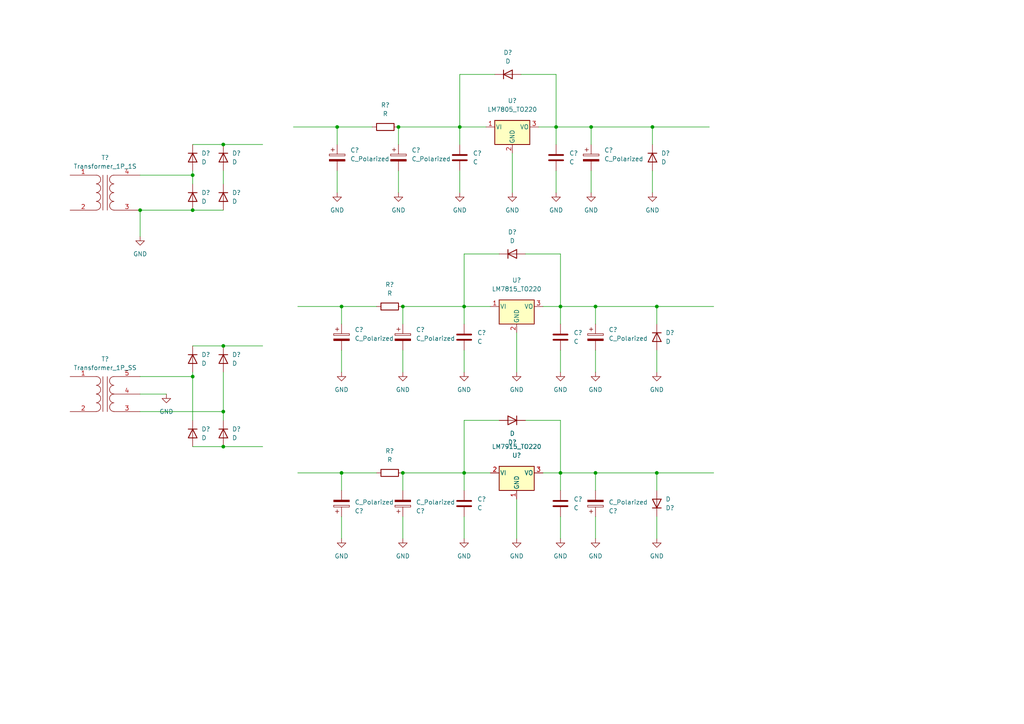
<source format=kicad_sch>
(kicad_sch (version 20211123) (generator eeschema)

  (uuid d928b3fc-a52e-4e4a-8d10-547cf19e9a73)

  (paper "A4")

  (lib_symbols
    (symbol "Device:C" (pin_numbers hide) (pin_names (offset 0.254)) (in_bom yes) (on_board yes)
      (property "Reference" "C" (id 0) (at 0.635 2.54 0)
        (effects (font (size 1.27 1.27)) (justify left))
      )
      (property "Value" "C" (id 1) (at 0.635 -2.54 0)
        (effects (font (size 1.27 1.27)) (justify left))
      )
      (property "Footprint" "" (id 2) (at 0.9652 -3.81 0)
        (effects (font (size 1.27 1.27)) hide)
      )
      (property "Datasheet" "~" (id 3) (at 0 0 0)
        (effects (font (size 1.27 1.27)) hide)
      )
      (property "ki_keywords" "cap capacitor" (id 4) (at 0 0 0)
        (effects (font (size 1.27 1.27)) hide)
      )
      (property "ki_description" "Unpolarized capacitor" (id 5) (at 0 0 0)
        (effects (font (size 1.27 1.27)) hide)
      )
      (property "ki_fp_filters" "C_*" (id 6) (at 0 0 0)
        (effects (font (size 1.27 1.27)) hide)
      )
      (symbol "C_0_1"
        (polyline
          (pts
            (xy -2.032 -0.762)
            (xy 2.032 -0.762)
          )
          (stroke (width 0.508) (type default) (color 0 0 0 0))
          (fill (type none))
        )
        (polyline
          (pts
            (xy -2.032 0.762)
            (xy 2.032 0.762)
          )
          (stroke (width 0.508) (type default) (color 0 0 0 0))
          (fill (type none))
        )
      )
      (symbol "C_1_1"
        (pin passive line (at 0 3.81 270) (length 2.794)
          (name "~" (effects (font (size 1.27 1.27))))
          (number "1" (effects (font (size 1.27 1.27))))
        )
        (pin passive line (at 0 -3.81 90) (length 2.794)
          (name "~" (effects (font (size 1.27 1.27))))
          (number "2" (effects (font (size 1.27 1.27))))
        )
      )
    )
    (symbol "Device:C_Polarized" (pin_numbers hide) (pin_names (offset 0.254)) (in_bom yes) (on_board yes)
      (property "Reference" "C" (id 0) (at 0.635 2.54 0)
        (effects (font (size 1.27 1.27)) (justify left))
      )
      (property "Value" "C_Polarized" (id 1) (at 0.635 -2.54 0)
        (effects (font (size 1.27 1.27)) (justify left))
      )
      (property "Footprint" "" (id 2) (at 0.9652 -3.81 0)
        (effects (font (size 1.27 1.27)) hide)
      )
      (property "Datasheet" "~" (id 3) (at 0 0 0)
        (effects (font (size 1.27 1.27)) hide)
      )
      (property "ki_keywords" "cap capacitor" (id 4) (at 0 0 0)
        (effects (font (size 1.27 1.27)) hide)
      )
      (property "ki_description" "Polarized capacitor" (id 5) (at 0 0 0)
        (effects (font (size 1.27 1.27)) hide)
      )
      (property "ki_fp_filters" "CP_*" (id 6) (at 0 0 0)
        (effects (font (size 1.27 1.27)) hide)
      )
      (symbol "C_Polarized_0_1"
        (rectangle (start -2.286 0.508) (end 2.286 1.016)
          (stroke (width 0) (type default) (color 0 0 0 0))
          (fill (type none))
        )
        (polyline
          (pts
            (xy -1.778 2.286)
            (xy -0.762 2.286)
          )
          (stroke (width 0) (type default) (color 0 0 0 0))
          (fill (type none))
        )
        (polyline
          (pts
            (xy -1.27 2.794)
            (xy -1.27 1.778)
          )
          (stroke (width 0) (type default) (color 0 0 0 0))
          (fill (type none))
        )
        (rectangle (start 2.286 -0.508) (end -2.286 -1.016)
          (stroke (width 0) (type default) (color 0 0 0 0))
          (fill (type outline))
        )
      )
      (symbol "C_Polarized_1_1"
        (pin passive line (at 0 3.81 270) (length 2.794)
          (name "~" (effects (font (size 1.27 1.27))))
          (number "1" (effects (font (size 1.27 1.27))))
        )
        (pin passive line (at 0 -3.81 90) (length 2.794)
          (name "~" (effects (font (size 1.27 1.27))))
          (number "2" (effects (font (size 1.27 1.27))))
        )
      )
    )
    (symbol "Device:D" (pin_numbers hide) (pin_names (offset 1.016) hide) (in_bom yes) (on_board yes)
      (property "Reference" "D" (id 0) (at 0 2.54 0)
        (effects (font (size 1.27 1.27)))
      )
      (property "Value" "D" (id 1) (at 0 -2.54 0)
        (effects (font (size 1.27 1.27)))
      )
      (property "Footprint" "" (id 2) (at 0 0 0)
        (effects (font (size 1.27 1.27)) hide)
      )
      (property "Datasheet" "~" (id 3) (at 0 0 0)
        (effects (font (size 1.27 1.27)) hide)
      )
      (property "ki_keywords" "diode" (id 4) (at 0 0 0)
        (effects (font (size 1.27 1.27)) hide)
      )
      (property "ki_description" "Diode" (id 5) (at 0 0 0)
        (effects (font (size 1.27 1.27)) hide)
      )
      (property "ki_fp_filters" "TO-???* *_Diode_* *SingleDiode* D_*" (id 6) (at 0 0 0)
        (effects (font (size 1.27 1.27)) hide)
      )
      (symbol "D_0_1"
        (polyline
          (pts
            (xy -1.27 1.27)
            (xy -1.27 -1.27)
          )
          (stroke (width 0.254) (type default) (color 0 0 0 0))
          (fill (type none))
        )
        (polyline
          (pts
            (xy 1.27 0)
            (xy -1.27 0)
          )
          (stroke (width 0) (type default) (color 0 0 0 0))
          (fill (type none))
        )
        (polyline
          (pts
            (xy 1.27 1.27)
            (xy 1.27 -1.27)
            (xy -1.27 0)
            (xy 1.27 1.27)
          )
          (stroke (width 0.254) (type default) (color 0 0 0 0))
          (fill (type none))
        )
      )
      (symbol "D_1_1"
        (pin passive line (at -3.81 0 0) (length 2.54)
          (name "K" (effects (font (size 1.27 1.27))))
          (number "1" (effects (font (size 1.27 1.27))))
        )
        (pin passive line (at 3.81 0 180) (length 2.54)
          (name "A" (effects (font (size 1.27 1.27))))
          (number "2" (effects (font (size 1.27 1.27))))
        )
      )
    )
    (symbol "Device:R" (pin_numbers hide) (pin_names (offset 0)) (in_bom yes) (on_board yes)
      (property "Reference" "R" (id 0) (at 2.032 0 90)
        (effects (font (size 1.27 1.27)))
      )
      (property "Value" "R" (id 1) (at 0 0 90)
        (effects (font (size 1.27 1.27)))
      )
      (property "Footprint" "" (id 2) (at -1.778 0 90)
        (effects (font (size 1.27 1.27)) hide)
      )
      (property "Datasheet" "~" (id 3) (at 0 0 0)
        (effects (font (size 1.27 1.27)) hide)
      )
      (property "ki_keywords" "R res resistor" (id 4) (at 0 0 0)
        (effects (font (size 1.27 1.27)) hide)
      )
      (property "ki_description" "Resistor" (id 5) (at 0 0 0)
        (effects (font (size 1.27 1.27)) hide)
      )
      (property "ki_fp_filters" "R_*" (id 6) (at 0 0 0)
        (effects (font (size 1.27 1.27)) hide)
      )
      (symbol "R_0_1"
        (rectangle (start -1.016 -2.54) (end 1.016 2.54)
          (stroke (width 0.254) (type default) (color 0 0 0 0))
          (fill (type none))
        )
      )
      (symbol "R_1_1"
        (pin passive line (at 0 3.81 270) (length 1.27)
          (name "~" (effects (font (size 1.27 1.27))))
          (number "1" (effects (font (size 1.27 1.27))))
        )
        (pin passive line (at 0 -3.81 90) (length 1.27)
          (name "~" (effects (font (size 1.27 1.27))))
          (number "2" (effects (font (size 1.27 1.27))))
        )
      )
    )
    (symbol "Device:Transformer_1P_1S" (pin_names (offset 1.016) hide) (in_bom yes) (on_board yes)
      (property "Reference" "T" (id 0) (at 0 6.35 0)
        (effects (font (size 1.27 1.27)))
      )
      (property "Value" "Transformer_1P_1S" (id 1) (at 0 -7.62 0)
        (effects (font (size 1.27 1.27)))
      )
      (property "Footprint" "" (id 2) (at 0 0 0)
        (effects (font (size 1.27 1.27)) hide)
      )
      (property "Datasheet" "~" (id 3) (at 0 0 0)
        (effects (font (size 1.27 1.27)) hide)
      )
      (property "ki_keywords" "transformer coil magnet" (id 4) (at 0 0 0)
        (effects (font (size 1.27 1.27)) hide)
      )
      (property "ki_description" "Transformer, single primary, single secondary" (id 5) (at 0 0 0)
        (effects (font (size 1.27 1.27)) hide)
      )
      (symbol "Transformer_1P_1S_0_1"
        (arc (start -2.54 -5.0546) (mid -1.6599 -4.6901) (end -1.27 -3.81)
          (stroke (width 0) (type default) (color 0 0 0 0))
          (fill (type none))
        )
        (arc (start -2.54 -2.5146) (mid -1.6599 -2.1501) (end -1.27 -1.27)
          (stroke (width 0) (type default) (color 0 0 0 0))
          (fill (type none))
        )
        (arc (start -2.54 0.0254) (mid -1.6599 0.3899) (end -1.27 1.27)
          (stroke (width 0) (type default) (color 0 0 0 0))
          (fill (type none))
        )
        (arc (start -2.54 2.5654) (mid -1.6599 2.9299) (end -1.27 3.81)
          (stroke (width 0) (type default) (color 0 0 0 0))
          (fill (type none))
        )
        (arc (start -1.27 -3.81) (mid -1.642 -2.912) (end -2.54 -2.54)
          (stroke (width 0) (type default) (color 0 0 0 0))
          (fill (type none))
        )
        (arc (start -1.27 -1.27) (mid -1.642 -0.372) (end -2.54 0)
          (stroke (width 0) (type default) (color 0 0 0 0))
          (fill (type none))
        )
        (arc (start -1.27 1.27) (mid -1.642 2.168) (end -2.54 2.54)
          (stroke (width 0) (type default) (color 0 0 0 0))
          (fill (type none))
        )
        (arc (start -1.27 3.81) (mid -1.642 4.708) (end -2.54 5.08)
          (stroke (width 0) (type default) (color 0 0 0 0))
          (fill (type none))
        )
        (polyline
          (pts
            (xy -0.635 5.08)
            (xy -0.635 -5.08)
          )
          (stroke (width 0) (type default) (color 0 0 0 0))
          (fill (type none))
        )
        (polyline
          (pts
            (xy 0.635 -5.08)
            (xy 0.635 5.08)
          )
          (stroke (width 0) (type default) (color 0 0 0 0))
          (fill (type none))
        )
        (arc (start 1.2954 -1.27) (mid 1.6599 -2.1501) (end 2.54 -2.5146)
          (stroke (width 0) (type default) (color 0 0 0 0))
          (fill (type none))
        )
        (arc (start 1.2954 1.27) (mid 1.6599 0.3899) (end 2.54 0.0254)
          (stroke (width 0) (type default) (color 0 0 0 0))
          (fill (type none))
        )
        (arc (start 1.2954 3.81) (mid 1.6599 2.9299) (end 2.54 2.5654)
          (stroke (width 0) (type default) (color 0 0 0 0))
          (fill (type none))
        )
        (arc (start 1.3208 -3.81) (mid 1.6853 -4.6901) (end 2.5654 -5.0546)
          (stroke (width 0) (type default) (color 0 0 0 0))
          (fill (type none))
        )
        (arc (start 2.54 0) (mid 1.642 -0.372) (end 1.2954 -1.27)
          (stroke (width 0) (type default) (color 0 0 0 0))
          (fill (type none))
        )
        (arc (start 2.54 2.54) (mid 1.642 2.168) (end 1.2954 1.27)
          (stroke (width 0) (type default) (color 0 0 0 0))
          (fill (type none))
        )
        (arc (start 2.54 5.08) (mid 1.642 4.708) (end 1.2954 3.81)
          (stroke (width 0) (type default) (color 0 0 0 0))
          (fill (type none))
        )
        (arc (start 2.5654 -2.54) (mid 1.6674 -2.912) (end 1.3208 -3.81)
          (stroke (width 0) (type default) (color 0 0 0 0))
          (fill (type none))
        )
      )
      (symbol "Transformer_1P_1S_1_1"
        (pin passive line (at -10.16 5.08 0) (length 7.62)
          (name "AA" (effects (font (size 1.27 1.27))))
          (number "1" (effects (font (size 1.27 1.27))))
        )
        (pin passive line (at -10.16 -5.08 0) (length 7.62)
          (name "AB" (effects (font (size 1.27 1.27))))
          (number "2" (effects (font (size 1.27 1.27))))
        )
        (pin passive line (at 10.16 -5.08 180) (length 7.62)
          (name "SA" (effects (font (size 1.27 1.27))))
          (number "3" (effects (font (size 1.27 1.27))))
        )
        (pin passive line (at 10.16 5.08 180) (length 7.62)
          (name "SB" (effects (font (size 1.27 1.27))))
          (number "4" (effects (font (size 1.27 1.27))))
        )
      )
    )
    (symbol "Device:Transformer_1P_SS" (pin_names (offset 1.016) hide) (in_bom yes) (on_board yes)
      (property "Reference" "T" (id 0) (at 0 6.35 0)
        (effects (font (size 1.27 1.27)))
      )
      (property "Value" "Transformer_1P_SS" (id 1) (at 0 -7.62 0)
        (effects (font (size 1.27 1.27)))
      )
      (property "Footprint" "" (id 2) (at 0 0 0)
        (effects (font (size 1.27 1.27)) hide)
      )
      (property "Datasheet" "~" (id 3) (at 0 0 0)
        (effects (font (size 1.27 1.27)) hide)
      )
      (property "ki_keywords" "transformer coil magnet" (id 4) (at 0 0 0)
        (effects (font (size 1.27 1.27)) hide)
      )
      (property "ki_description" "Transformer, single primary, split secondary" (id 5) (at 0 0 0)
        (effects (font (size 1.27 1.27)) hide)
      )
      (symbol "Transformer_1P_SS_0_1"
        (arc (start -2.54 -5.0546) (mid -1.6599 -4.6901) (end -1.27 -3.81)
          (stroke (width 0) (type default) (color 0 0 0 0))
          (fill (type none))
        )
        (arc (start -2.54 -2.5146) (mid -1.6599 -2.1501) (end -1.27 -1.27)
          (stroke (width 0) (type default) (color 0 0 0 0))
          (fill (type none))
        )
        (arc (start -2.54 0.0254) (mid -1.6599 0.3899) (end -1.27 1.27)
          (stroke (width 0) (type default) (color 0 0 0 0))
          (fill (type none))
        )
        (arc (start -2.54 2.5654) (mid -1.6599 2.9299) (end -1.27 3.81)
          (stroke (width 0) (type default) (color 0 0 0 0))
          (fill (type none))
        )
        (arc (start -1.27 -3.81) (mid -1.642 -2.912) (end -2.54 -2.54)
          (stroke (width 0) (type default) (color 0 0 0 0))
          (fill (type none))
        )
        (arc (start -1.27 -1.27) (mid -1.642 -0.372) (end -2.54 0)
          (stroke (width 0) (type default) (color 0 0 0 0))
          (fill (type none))
        )
        (arc (start -1.27 1.27) (mid -1.642 2.168) (end -2.54 2.54)
          (stroke (width 0) (type default) (color 0 0 0 0))
          (fill (type none))
        )
        (arc (start -1.27 3.81) (mid -1.642 4.708) (end -2.54 5.08)
          (stroke (width 0) (type default) (color 0 0 0 0))
          (fill (type none))
        )
        (polyline
          (pts
            (xy -0.635 5.08)
            (xy -0.635 -5.08)
          )
          (stroke (width 0) (type default) (color 0 0 0 0))
          (fill (type none))
        )
        (polyline
          (pts
            (xy 0.635 -5.08)
            (xy 0.635 5.08)
          )
          (stroke (width 0) (type default) (color 0 0 0 0))
          (fill (type none))
        )
        (arc (start 1.2954 -1.27) (mid 1.6599 -2.1501) (end 2.54 -2.5146)
          (stroke (width 0) (type default) (color 0 0 0 0))
          (fill (type none))
        )
        (arc (start 1.2954 1.27) (mid 1.6599 0.3899) (end 2.54 0.0254)
          (stroke (width 0) (type default) (color 0 0 0 0))
          (fill (type none))
        )
        (arc (start 1.2954 3.81) (mid 1.6599 2.9299) (end 2.54 2.5654)
          (stroke (width 0) (type default) (color 0 0 0 0))
          (fill (type none))
        )
        (arc (start 1.3208 -3.81) (mid 1.6853 -4.6901) (end 2.5654 -5.0546)
          (stroke (width 0) (type default) (color 0 0 0 0))
          (fill (type none))
        )
        (arc (start 2.54 0) (mid 1.642 -0.372) (end 1.2954 -1.27)
          (stroke (width 0) (type default) (color 0 0 0 0))
          (fill (type none))
        )
        (arc (start 2.54 2.54) (mid 1.642 2.168) (end 1.2954 1.27)
          (stroke (width 0) (type default) (color 0 0 0 0))
          (fill (type none))
        )
        (arc (start 2.54 5.08) (mid 1.642 4.708) (end 1.2954 3.81)
          (stroke (width 0) (type default) (color 0 0 0 0))
          (fill (type none))
        )
        (arc (start 2.5654 -2.54) (mid 1.6674 -2.912) (end 1.3208 -3.81)
          (stroke (width 0) (type default) (color 0 0 0 0))
          (fill (type none))
        )
      )
      (symbol "Transformer_1P_SS_1_1"
        (pin passive line (at -10.16 5.08 0) (length 7.62)
          (name "AA" (effects (font (size 1.27 1.27))))
          (number "1" (effects (font (size 1.27 1.27))))
        )
        (pin passive line (at -10.16 -5.08 0) (length 7.62)
          (name "AB" (effects (font (size 1.27 1.27))))
          (number "2" (effects (font (size 1.27 1.27))))
        )
        (pin passive line (at 10.16 -5.08 180) (length 7.62)
          (name "SA" (effects (font (size 1.27 1.27))))
          (number "3" (effects (font (size 1.27 1.27))))
        )
        (pin passive line (at 10.16 0 180) (length 7.62)
          (name "SC" (effects (font (size 1.27 1.27))))
          (number "4" (effects (font (size 1.27 1.27))))
        )
        (pin passive line (at 10.16 5.08 180) (length 7.62)
          (name "SB" (effects (font (size 1.27 1.27))))
          (number "5" (effects (font (size 1.27 1.27))))
        )
      )
    )
    (symbol "Regulator_Linear:LM7805_TO220" (pin_names (offset 0.254)) (in_bom yes) (on_board yes)
      (property "Reference" "U" (id 0) (at -3.81 3.175 0)
        (effects (font (size 1.27 1.27)))
      )
      (property "Value" "LM7805_TO220" (id 1) (at 0 3.175 0)
        (effects (font (size 1.27 1.27)) (justify left))
      )
      (property "Footprint" "Package_TO_SOT_THT:TO-220-3_Vertical" (id 2) (at 0 5.715 0)
        (effects (font (size 1.27 1.27) italic) hide)
      )
      (property "Datasheet" "https://www.onsemi.cn/PowerSolutions/document/MC7800-D.PDF" (id 3) (at 0 -1.27 0)
        (effects (font (size 1.27 1.27)) hide)
      )
      (property "ki_keywords" "Voltage Regulator 1A Positive" (id 4) (at 0 0 0)
        (effects (font (size 1.27 1.27)) hide)
      )
      (property "ki_description" "Positive 1A 35V Linear Regulator, Fixed Output 5V, TO-220" (id 5) (at 0 0 0)
        (effects (font (size 1.27 1.27)) hide)
      )
      (property "ki_fp_filters" "TO?220*" (id 6) (at 0 0 0)
        (effects (font (size 1.27 1.27)) hide)
      )
      (symbol "LM7805_TO220_0_1"
        (rectangle (start -5.08 1.905) (end 5.08 -5.08)
          (stroke (width 0.254) (type default) (color 0 0 0 0))
          (fill (type background))
        )
      )
      (symbol "LM7805_TO220_1_1"
        (pin power_in line (at -7.62 0 0) (length 2.54)
          (name "VI" (effects (font (size 1.27 1.27))))
          (number "1" (effects (font (size 1.27 1.27))))
        )
        (pin power_in line (at 0 -7.62 90) (length 2.54)
          (name "GND" (effects (font (size 1.27 1.27))))
          (number "2" (effects (font (size 1.27 1.27))))
        )
        (pin power_out line (at 7.62 0 180) (length 2.54)
          (name "VO" (effects (font (size 1.27 1.27))))
          (number "3" (effects (font (size 1.27 1.27))))
        )
      )
    )
    (symbol "Regulator_Linear:LM7815_TO220" (pin_names (offset 0.254)) (in_bom yes) (on_board yes)
      (property "Reference" "U" (id 0) (at -3.81 3.175 0)
        (effects (font (size 1.27 1.27)))
      )
      (property "Value" "LM7815_TO220" (id 1) (at 0 3.175 0)
        (effects (font (size 1.27 1.27)) (justify left))
      )
      (property "Footprint" "Package_TO_SOT_THT:TO-220-3_Vertical" (id 2) (at 0 5.715 0)
        (effects (font (size 1.27 1.27) italic) hide)
      )
      (property "Datasheet" "https://www.onsemi.cn/PowerSolutions/document/MC7800-D.PDF" (id 3) (at 0 -1.27 0)
        (effects (font (size 1.27 1.27)) hide)
      )
      (property "ki_keywords" "Voltage Regulator 1A Positive" (id 4) (at 0 0 0)
        (effects (font (size 1.27 1.27)) hide)
      )
      (property "ki_description" "Positive 1A 35V Linear Regulator, Fixed Output 15V, TO-220" (id 5) (at 0 0 0)
        (effects (font (size 1.27 1.27)) hide)
      )
      (property "ki_fp_filters" "TO?220*" (id 6) (at 0 0 0)
        (effects (font (size 1.27 1.27)) hide)
      )
      (symbol "LM7815_TO220_0_1"
        (rectangle (start -5.08 1.905) (end 5.08 -5.08)
          (stroke (width 0.254) (type default) (color 0 0 0 0))
          (fill (type background))
        )
      )
      (symbol "LM7815_TO220_1_1"
        (pin power_in line (at -7.62 0 0) (length 2.54)
          (name "VI" (effects (font (size 1.27 1.27))))
          (number "1" (effects (font (size 1.27 1.27))))
        )
        (pin power_in line (at 0 -7.62 90) (length 2.54)
          (name "GND" (effects (font (size 1.27 1.27))))
          (number "2" (effects (font (size 1.27 1.27))))
        )
        (pin power_out line (at 7.62 0 180) (length 2.54)
          (name "VO" (effects (font (size 1.27 1.27))))
          (number "3" (effects (font (size 1.27 1.27))))
        )
      )
    )
    (symbol "Regulator_Linear:LM7915_TO220" (pin_names (offset 0.254)) (in_bom yes) (on_board yes)
      (property "Reference" "U" (id 0) (at -3.81 -3.175 0)
        (effects (font (size 1.27 1.27)))
      )
      (property "Value" "LM7915_TO220" (id 1) (at 0 -3.175 0)
        (effects (font (size 1.27 1.27)) (justify left))
      )
      (property "Footprint" "Package_TO_SOT_THT:TO-220-3_Vertical" (id 2) (at 0 -5.08 0)
        (effects (font (size 1.27 1.27) italic) hide)
      )
      (property "Datasheet" "https://www.onsemi.com/pub/Collateral/MC7900-D.PDF" (id 3) (at 0 0 0)
        (effects (font (size 1.27 1.27)) hide)
      )
      (property "ki_keywords" "Voltage Regulator 1A Negative" (id 4) (at 0 0 0)
        (effects (font (size 1.27 1.27)) hide)
      )
      (property "ki_description" "Negative 1A 35V Linear Regulator, Fixed Output 15V, TO-220" (id 5) (at 0 0 0)
        (effects (font (size 1.27 1.27)) hide)
      )
      (property "ki_fp_filters" "TO?220*" (id 6) (at 0 0 0)
        (effects (font (size 1.27 1.27)) hide)
      )
      (symbol "LM7915_TO220_0_1"
        (rectangle (start -5.08 5.08) (end 5.08 -1.905)
          (stroke (width 0.254) (type default) (color 0 0 0 0))
          (fill (type background))
        )
      )
      (symbol "LM7915_TO220_1_1"
        (pin power_in line (at 0 7.62 270) (length 2.54)
          (name "GND" (effects (font (size 1.27 1.27))))
          (number "1" (effects (font (size 1.27 1.27))))
        )
        (pin power_in line (at -7.62 0 0) (length 2.54)
          (name "VI" (effects (font (size 1.27 1.27))))
          (number "2" (effects (font (size 1.27 1.27))))
        )
        (pin power_out line (at 7.62 0 180) (length 2.54)
          (name "VO" (effects (font (size 1.27 1.27))))
          (number "3" (effects (font (size 1.27 1.27))))
        )
      )
    )
    (symbol "power:GND" (power) (pin_names (offset 0)) (in_bom yes) (on_board yes)
      (property "Reference" "#PWR" (id 0) (at 0 -6.35 0)
        (effects (font (size 1.27 1.27)) hide)
      )
      (property "Value" "GND" (id 1) (at 0 -3.81 0)
        (effects (font (size 1.27 1.27)))
      )
      (property "Footprint" "" (id 2) (at 0 0 0)
        (effects (font (size 1.27 1.27)) hide)
      )
      (property "Datasheet" "" (id 3) (at 0 0 0)
        (effects (font (size 1.27 1.27)) hide)
      )
      (property "ki_keywords" "power-flag" (id 4) (at 0 0 0)
        (effects (font (size 1.27 1.27)) hide)
      )
      (property "ki_description" "Power symbol creates a global label with name \"GND\" , ground" (id 5) (at 0 0 0)
        (effects (font (size 1.27 1.27)) hide)
      )
      (symbol "GND_0_1"
        (polyline
          (pts
            (xy 0 0)
            (xy 0 -1.27)
            (xy 1.27 -1.27)
            (xy 0 -2.54)
            (xy -1.27 -1.27)
            (xy 0 -1.27)
          )
          (stroke (width 0) (type default) (color 0 0 0 0))
          (fill (type none))
        )
      )
      (symbol "GND_1_1"
        (pin power_in line (at 0 0 270) (length 0) hide
          (name "GND" (effects (font (size 1.27 1.27))))
          (number "1" (effects (font (size 1.27 1.27))))
        )
      )
    )
  )

  (junction (at 97.79 36.83) (diameter 0) (color 0 0 0 0)
    (uuid 05aceb47-076d-4b92-9250-f657c9f5a4ca)
  )
  (junction (at 64.77 100.33) (diameter 0) (color 0 0 0 0)
    (uuid 08da51dd-c665-43b2-aea6-07db628ac622)
  )
  (junction (at 55.88 50.8) (diameter 0) (color 0 0 0 0)
    (uuid 10924cd7-548b-49d6-8c53-d6b025fd7047)
  )
  (junction (at 55.88 109.22) (diameter 0) (color 0 0 0 0)
    (uuid 125938e9-8206-42ec-8e8e-e581fa8ad157)
  )
  (junction (at 134.62 88.9) (diameter 0) (color 0 0 0 0)
    (uuid 2c999c49-48b8-4645-ac96-a5b656330e9a)
  )
  (junction (at 172.72 137.16) (diameter 0) (color 0 0 0 0)
    (uuid 379e6d33-2402-4901-806d-9ab5d0f41510)
  )
  (junction (at 116.84 137.16) (diameter 0) (color 0 0 0 0)
    (uuid 543550e8-e51b-4323-9933-ac614a009b51)
  )
  (junction (at 116.84 88.9) (diameter 0) (color 0 0 0 0)
    (uuid 5e4f7181-03a9-480d-84b6-b73ea7f090a8)
  )
  (junction (at 133.35 36.83) (diameter 0) (color 0 0 0 0)
    (uuid 6732e9d1-7b4d-48e2-88d1-d2b7b89e6c44)
  )
  (junction (at 190.5 88.9) (diameter 0) (color 0 0 0 0)
    (uuid 70950081-210b-42a1-9f6d-475c012a065b)
  )
  (junction (at 64.77 119.38) (diameter 0) (color 0 0 0 0)
    (uuid 7e55eab9-9276-4650-a804-f15ae43433cf)
  )
  (junction (at 55.88 60.96) (diameter 0) (color 0 0 0 0)
    (uuid 82ff81fe-d508-4de2-bcd7-ae7bd7d6e35d)
  )
  (junction (at 172.72 88.9) (diameter 0) (color 0 0 0 0)
    (uuid 88e4c35a-b404-424c-a4d7-d12c85e72251)
  )
  (junction (at 162.56 88.9) (diameter 0) (color 0 0 0 0)
    (uuid 8ccc2a34-f727-4fc5-9c42-19f87d4c9039)
  )
  (junction (at 64.77 129.54) (diameter 0) (color 0 0 0 0)
    (uuid 91011b50-a3c8-46ad-9da3-5ec9347461af)
  )
  (junction (at 64.77 41.91) (diameter 0) (color 0 0 0 0)
    (uuid 94f16a06-d1b0-4d6d-8dd1-53f8dd66df6b)
  )
  (junction (at 115.57 36.83) (diameter 0) (color 0 0 0 0)
    (uuid 9ab9e650-3a51-474a-b75e-68dfb48242c0)
  )
  (junction (at 134.62 137.16) (diameter 0) (color 0 0 0 0)
    (uuid a0e7c4e2-0aaf-45c3-b5b5-972708907856)
  )
  (junction (at 189.23 36.83) (diameter 0) (color 0 0 0 0)
    (uuid a2c27ab9-c5ba-4433-98f7-4317d584be97)
  )
  (junction (at 40.64 60.96) (diameter 0) (color 0 0 0 0)
    (uuid a8d7d1c2-ed75-4e70-ba3c-115e9a20a215)
  )
  (junction (at 190.5 137.16) (diameter 0) (color 0 0 0 0)
    (uuid ba6f63dd-5c39-4798-936e-7e5613cfa30c)
  )
  (junction (at 99.06 137.16) (diameter 0) (color 0 0 0 0)
    (uuid d625c9f9-cd6f-48c4-902a-f623862fea26)
  )
  (junction (at 161.29 36.83) (diameter 0) (color 0 0 0 0)
    (uuid d6dfa753-e203-4b45-b5f5-5b18bf931a9c)
  )
  (junction (at 171.45 36.83) (diameter 0) (color 0 0 0 0)
    (uuid d99f5780-70a7-46c6-a08e-3cc3d344f976)
  )
  (junction (at 99.06 88.9) (diameter 0) (color 0 0 0 0)
    (uuid dbcd66fe-d1a9-4e5f-8b15-6f757f70595c)
  )
  (junction (at 162.56 137.16) (diameter 0) (color 0 0 0 0)
    (uuid f069d41c-bbcc-4036-a2d4-2eee4b669d28)
  )

  (wire (pts (xy 55.88 107.95) (xy 55.88 109.22))
    (stroke (width 0) (type default) (color 0 0 0 0))
    (uuid 00791f77-e3c8-4f57-91e8-98d6a95b3787)
  )
  (wire (pts (xy 144.78 121.92) (xy 134.62 121.92))
    (stroke (width 0) (type default) (color 0 0 0 0))
    (uuid 008b75db-8f8a-434c-a179-535d30599e0c)
  )
  (wire (pts (xy 134.62 73.66) (xy 134.62 88.9))
    (stroke (width 0) (type default) (color 0 0 0 0))
    (uuid 01aa8ccd-e986-4d18-b214-f0005fdc53f1)
  )
  (wire (pts (xy 162.56 137.16) (xy 157.48 137.16))
    (stroke (width 0) (type default) (color 0 0 0 0))
    (uuid 01d30367-6474-4649-a805-0beff0460d31)
  )
  (wire (pts (xy 64.77 107.95) (xy 64.77 119.38))
    (stroke (width 0) (type default) (color 0 0 0 0))
    (uuid 023cab9e-cd3e-407c-b8ab-8a25016e85cf)
  )
  (wire (pts (xy 133.35 21.59) (xy 133.35 36.83))
    (stroke (width 0) (type default) (color 0 0 0 0))
    (uuid 03410cbc-c0d7-437a-9449-f4823c190c38)
  )
  (wire (pts (xy 40.64 60.96) (xy 40.64 68.58))
    (stroke (width 0) (type default) (color 0 0 0 0))
    (uuid 039b1239-0cfe-4d7b-84e9-db23446ee5bb)
  )
  (wire (pts (xy 115.57 49.53) (xy 115.57 55.88))
    (stroke (width 0) (type default) (color 0 0 0 0))
    (uuid 085d3cfd-f95d-44c4-8623-679d077c284c)
  )
  (wire (pts (xy 143.51 21.59) (xy 133.35 21.59))
    (stroke (width 0) (type default) (color 0 0 0 0))
    (uuid 0874dd12-9983-40ae-91df-51f011cfa390)
  )
  (wire (pts (xy 162.56 142.24) (xy 162.56 137.16))
    (stroke (width 0) (type default) (color 0 0 0 0))
    (uuid 08b3402a-d10b-4687-ad07-daa3cd743072)
  )
  (wire (pts (xy 55.88 49.53) (xy 55.88 50.8))
    (stroke (width 0) (type default) (color 0 0 0 0))
    (uuid 0d4bc73e-69d8-4cfa-abc2-ba2c27844474)
  )
  (wire (pts (xy 116.84 137.16) (xy 116.84 142.24))
    (stroke (width 0) (type default) (color 0 0 0 0))
    (uuid 0fc83994-c845-41a7-aaeb-8ef7a3b4d96c)
  )
  (wire (pts (xy 134.62 137.16) (xy 116.84 137.16))
    (stroke (width 0) (type default) (color 0 0 0 0))
    (uuid 162e6461-d8ed-42c1-a4b9-9349eeb85224)
  )
  (wire (pts (xy 55.88 100.33) (xy 64.77 100.33))
    (stroke (width 0) (type default) (color 0 0 0 0))
    (uuid 1693e255-a999-4c19-8208-e293d8c095fc)
  )
  (wire (pts (xy 55.88 109.22) (xy 55.88 121.92))
    (stroke (width 0) (type default) (color 0 0 0 0))
    (uuid 1853e129-3ebf-43dd-b8c8-123e9278423f)
  )
  (wire (pts (xy 116.84 88.9) (xy 116.84 93.98))
    (stroke (width 0) (type default) (color 0 0 0 0))
    (uuid 212d45bb-bafa-4f66-80a6-6ccc6d3e20df)
  )
  (wire (pts (xy 134.62 142.24) (xy 134.62 137.16))
    (stroke (width 0) (type default) (color 0 0 0 0))
    (uuid 2210e4ef-147e-4b6f-a50a-8c6154b8fe08)
  )
  (wire (pts (xy 85.09 36.83) (xy 97.79 36.83))
    (stroke (width 0) (type default) (color 0 0 0 0))
    (uuid 222aa356-1b47-4880-8180-376dcc50c6c2)
  )
  (wire (pts (xy 40.64 114.3) (xy 48.26 114.3))
    (stroke (width 0) (type default) (color 0 0 0 0))
    (uuid 24b76838-99a8-4b7d-a9c0-63640b87bac4)
  )
  (wire (pts (xy 97.79 36.83) (xy 107.95 36.83))
    (stroke (width 0) (type default) (color 0 0 0 0))
    (uuid 28262afb-64c5-4bd8-8f1c-27503b2c7db5)
  )
  (wire (pts (xy 189.23 41.91) (xy 189.23 36.83))
    (stroke (width 0) (type default) (color 0 0 0 0))
    (uuid 3077ec0f-7550-46bd-92c9-a2c19f6f0e80)
  )
  (wire (pts (xy 133.35 41.91) (xy 133.35 36.83))
    (stroke (width 0) (type default) (color 0 0 0 0))
    (uuid 30d59024-39ec-465c-99cd-3e91a9115b5f)
  )
  (wire (pts (xy 149.86 144.78) (xy 149.86 156.21))
    (stroke (width 0) (type default) (color 0 0 0 0))
    (uuid 311ee790-8692-44ec-8122-80851d115d6f)
  )
  (wire (pts (xy 64.77 100.33) (xy 76.2 100.33))
    (stroke (width 0) (type default) (color 0 0 0 0))
    (uuid 36c9d40b-63b3-4f0e-9d9b-e4b39a32aea7)
  )
  (wire (pts (xy 161.29 36.83) (xy 161.29 21.59))
    (stroke (width 0) (type default) (color 0 0 0 0))
    (uuid 396da659-8c05-4ade-9eae-289ed4283e8b)
  )
  (wire (pts (xy 99.06 88.9) (xy 109.22 88.9))
    (stroke (width 0) (type default) (color 0 0 0 0))
    (uuid 3aaa1293-de38-4813-8ecb-1fb4e96a52cd)
  )
  (wire (pts (xy 97.79 41.91) (xy 97.79 36.83))
    (stroke (width 0) (type default) (color 0 0 0 0))
    (uuid 3aebfa8c-da85-4482-ba9c-2848a311d3ff)
  )
  (wire (pts (xy 55.88 129.54) (xy 64.77 129.54))
    (stroke (width 0) (type default) (color 0 0 0 0))
    (uuid 3dd51232-eceb-4ac5-aae9-ecb9f0b09bda)
  )
  (wire (pts (xy 40.64 119.38) (xy 64.77 119.38))
    (stroke (width 0) (type default) (color 0 0 0 0))
    (uuid 4c140712-3ab3-4712-8ddd-7ccdba81ddf3)
  )
  (wire (pts (xy 148.59 44.45) (xy 148.59 55.88))
    (stroke (width 0) (type default) (color 0 0 0 0))
    (uuid 4e316340-d76f-4c9f-8c32-9174792695f2)
  )
  (wire (pts (xy 162.56 88.9) (xy 162.56 73.66))
    (stroke (width 0) (type default) (color 0 0 0 0))
    (uuid 50d2f2e7-ec4f-4889-86e9-2224bd5635fa)
  )
  (wire (pts (xy 189.23 36.83) (xy 205.74 36.83))
    (stroke (width 0) (type default) (color 0 0 0 0))
    (uuid 526856fb-c7bf-4073-a4a0-1cc2fc93f13e)
  )
  (wire (pts (xy 86.36 137.16) (xy 99.06 137.16))
    (stroke (width 0) (type default) (color 0 0 0 0))
    (uuid 5684795c-8881-43f6-80ab-459df229b78c)
  )
  (wire (pts (xy 97.79 49.53) (xy 97.79 55.88))
    (stroke (width 0) (type default) (color 0 0 0 0))
    (uuid 577165eb-5799-4fd3-a405-90ae20553041)
  )
  (wire (pts (xy 190.5 88.9) (xy 207.01 88.9))
    (stroke (width 0) (type default) (color 0 0 0 0))
    (uuid 5b272f1a-019b-4ba7-b4de-d70e40677cd0)
  )
  (wire (pts (xy 162.56 121.92) (xy 152.4 121.92))
    (stroke (width 0) (type default) (color 0 0 0 0))
    (uuid 5bc39099-a8fb-4aed-9498-0a5f2502f534)
  )
  (wire (pts (xy 162.56 73.66) (xy 152.4 73.66))
    (stroke (width 0) (type default) (color 0 0 0 0))
    (uuid 5cfcacbd-09f4-44e6-a53a-215fbce5655d)
  )
  (wire (pts (xy 172.72 93.98) (xy 172.72 88.9))
    (stroke (width 0) (type default) (color 0 0 0 0))
    (uuid 611712ab-b380-4178-9b00-cb9b70333967)
  )
  (wire (pts (xy 55.88 41.91) (xy 64.77 41.91))
    (stroke (width 0) (type default) (color 0 0 0 0))
    (uuid 61c8c8b0-b7cb-4a28-a8da-5e112e21d58e)
  )
  (wire (pts (xy 172.72 88.9) (xy 162.56 88.9))
    (stroke (width 0) (type default) (color 0 0 0 0))
    (uuid 644b30b2-6646-4c1c-a21a-9fe0407282ad)
  )
  (wire (pts (xy 189.23 49.53) (xy 189.23 55.88))
    (stroke (width 0) (type default) (color 0 0 0 0))
    (uuid 64fee21c-04f7-42e8-81c0-2d54b2e11f6e)
  )
  (wire (pts (xy 190.5 142.24) (xy 190.5 137.16))
    (stroke (width 0) (type default) (color 0 0 0 0))
    (uuid 671c21b6-b465-412d-b18d-50c46e7264a5)
  )
  (wire (pts (xy 172.72 149.86) (xy 172.72 156.21))
    (stroke (width 0) (type default) (color 0 0 0 0))
    (uuid 68b0c215-1d78-4c33-9db5-96b9c2e09083)
  )
  (wire (pts (xy 161.29 21.59) (xy 151.13 21.59))
    (stroke (width 0) (type default) (color 0 0 0 0))
    (uuid 6bbb9e7d-8843-412c-8735-79695230c8c1)
  )
  (wire (pts (xy 115.57 36.83) (xy 115.57 41.91))
    (stroke (width 0) (type default) (color 0 0 0 0))
    (uuid 6eca856d-4669-4057-bcf2-64aee0524b85)
  )
  (wire (pts (xy 189.23 36.83) (xy 171.45 36.83))
    (stroke (width 0) (type default) (color 0 0 0 0))
    (uuid 702153fd-e76c-47b5-b265-9b39ea2db0eb)
  )
  (wire (pts (xy 99.06 101.6) (xy 99.06 107.95))
    (stroke (width 0) (type default) (color 0 0 0 0))
    (uuid 71d1e3ad-47ce-4985-afe7-edf7f0e6d07f)
  )
  (wire (pts (xy 161.29 41.91) (xy 161.29 36.83))
    (stroke (width 0) (type default) (color 0 0 0 0))
    (uuid 72e76fa1-68f9-4f41-b152-6bf58e3669b4)
  )
  (wire (pts (xy 40.64 50.8) (xy 55.88 50.8))
    (stroke (width 0) (type default) (color 0 0 0 0))
    (uuid 79663545-3994-494f-8d0c-1e5015d52ca1)
  )
  (wire (pts (xy 64.77 119.38) (xy 64.77 121.92))
    (stroke (width 0) (type default) (color 0 0 0 0))
    (uuid 7e2af785-04dc-4d50-9ba9-5c037a1992e2)
  )
  (wire (pts (xy 190.5 93.98) (xy 190.5 88.9))
    (stroke (width 0) (type default) (color 0 0 0 0))
    (uuid 7e49afa6-8204-46ef-8d2b-267b8236ce5c)
  )
  (wire (pts (xy 133.35 36.83) (xy 140.97 36.83))
    (stroke (width 0) (type default) (color 0 0 0 0))
    (uuid 7e826e24-ed6d-4041-83e2-4ac53574fdc9)
  )
  (wire (pts (xy 64.77 41.91) (xy 76.2 41.91))
    (stroke (width 0) (type default) (color 0 0 0 0))
    (uuid 80c125b7-3501-45ba-af0e-9ef80a3a8d41)
  )
  (wire (pts (xy 172.72 101.6) (xy 172.72 107.95))
    (stroke (width 0) (type default) (color 0 0 0 0))
    (uuid 81b7f731-1231-41b2-8066-0714ee80634c)
  )
  (wire (pts (xy 99.06 137.16) (xy 109.22 137.16))
    (stroke (width 0) (type default) (color 0 0 0 0))
    (uuid 8af3c20c-c750-4159-b8ab-dd80cd74a92c)
  )
  (wire (pts (xy 64.77 49.53) (xy 64.77 53.34))
    (stroke (width 0) (type default) (color 0 0 0 0))
    (uuid 8d771980-4d94-485c-8a09-032d148c6a34)
  )
  (wire (pts (xy 55.88 60.96) (xy 64.77 60.96))
    (stroke (width 0) (type default) (color 0 0 0 0))
    (uuid 939054e2-5eff-45dd-9c5f-fcf4434b0c1d)
  )
  (wire (pts (xy 172.72 137.16) (xy 162.56 137.16))
    (stroke (width 0) (type default) (color 0 0 0 0))
    (uuid 9bdca4d2-c0b7-45c8-b0cf-7749f3001b59)
  )
  (wire (pts (xy 134.62 88.9) (xy 116.84 88.9))
    (stroke (width 0) (type default) (color 0 0 0 0))
    (uuid a0763e93-b45f-4d9f-8727-b0fbe4641470)
  )
  (wire (pts (xy 134.62 121.92) (xy 134.62 137.16))
    (stroke (width 0) (type default) (color 0 0 0 0))
    (uuid ac13334a-6b88-413b-8af2-26ff234779a5)
  )
  (wire (pts (xy 99.06 142.24) (xy 99.06 137.16))
    (stroke (width 0) (type default) (color 0 0 0 0))
    (uuid ac241eae-b85c-4390-b779-a27a2378eda8)
  )
  (wire (pts (xy 161.29 36.83) (xy 156.21 36.83))
    (stroke (width 0) (type default) (color 0 0 0 0))
    (uuid b156326a-a78a-4e43-b923-d18340f81cb1)
  )
  (wire (pts (xy 99.06 149.86) (xy 99.06 156.21))
    (stroke (width 0) (type default) (color 0 0 0 0))
    (uuid b3dd2663-3ed2-4032-bfec-3ff17aa9612b)
  )
  (wire (pts (xy 190.5 137.16) (xy 172.72 137.16))
    (stroke (width 0) (type default) (color 0 0 0 0))
    (uuid b6244b93-a97a-4f5d-93a0-1fe790939de7)
  )
  (wire (pts (xy 162.56 137.16) (xy 162.56 121.92))
    (stroke (width 0) (type default) (color 0 0 0 0))
    (uuid b66f1f45-1205-44f3-a970-d33dc6f664cd)
  )
  (wire (pts (xy 162.56 88.9) (xy 157.48 88.9))
    (stroke (width 0) (type default) (color 0 0 0 0))
    (uuid b68d6cfe-b041-49c6-87f9-2dc58c01255d)
  )
  (wire (pts (xy 134.62 88.9) (xy 142.24 88.9))
    (stroke (width 0) (type default) (color 0 0 0 0))
    (uuid bb39ef83-e554-4bee-be0f-f8f9df68cb65)
  )
  (wire (pts (xy 133.35 36.83) (xy 115.57 36.83))
    (stroke (width 0) (type default) (color 0 0 0 0))
    (uuid c796f311-e3d7-4956-a35f-21f12783715e)
  )
  (wire (pts (xy 171.45 36.83) (xy 161.29 36.83))
    (stroke (width 0) (type default) (color 0 0 0 0))
    (uuid c8c1ba67-1767-4a50-9fcf-7b802e146239)
  )
  (wire (pts (xy 134.62 101.6) (xy 134.62 107.95))
    (stroke (width 0) (type default) (color 0 0 0 0))
    (uuid c8f3216e-291e-4394-80fa-7a19450faa1c)
  )
  (wire (pts (xy 116.84 101.6) (xy 116.84 107.95))
    (stroke (width 0) (type default) (color 0 0 0 0))
    (uuid c9ab1615-3c83-4bcc-83ce-7c529dfc2d86)
  )
  (wire (pts (xy 171.45 41.91) (xy 171.45 36.83))
    (stroke (width 0) (type default) (color 0 0 0 0))
    (uuid cb7428b1-4554-4a17-b347-261958a031fa)
  )
  (wire (pts (xy 162.56 149.86) (xy 162.56 156.21))
    (stroke (width 0) (type default) (color 0 0 0 0))
    (uuid cf0a51d9-5dc6-48f1-87db-c4d31d787e60)
  )
  (wire (pts (xy 40.64 109.22) (xy 55.88 109.22))
    (stroke (width 0) (type default) (color 0 0 0 0))
    (uuid d22486fb-4143-4155-97d4-f96fe2a24e84)
  )
  (wire (pts (xy 99.06 93.98) (xy 99.06 88.9))
    (stroke (width 0) (type default) (color 0 0 0 0))
    (uuid d4e2e791-5858-40c8-8457-c62de48868ee)
  )
  (wire (pts (xy 116.84 149.86) (xy 116.84 156.21))
    (stroke (width 0) (type default) (color 0 0 0 0))
    (uuid d7070519-7471-4163-87b6-3f9e3f9e8fe8)
  )
  (wire (pts (xy 134.62 93.98) (xy 134.62 88.9))
    (stroke (width 0) (type default) (color 0 0 0 0))
    (uuid d8c7614f-0c8e-4003-adc9-4dd43726a36b)
  )
  (wire (pts (xy 40.64 60.96) (xy 55.88 60.96))
    (stroke (width 0) (type default) (color 0 0 0 0))
    (uuid dd869a47-a1d2-4da8-bd7b-641f9de2aa13)
  )
  (wire (pts (xy 86.36 88.9) (xy 99.06 88.9))
    (stroke (width 0) (type default) (color 0 0 0 0))
    (uuid e01291f7-515d-436f-a2e9-82762e4a7877)
  )
  (wire (pts (xy 161.29 49.53) (xy 161.29 55.88))
    (stroke (width 0) (type default) (color 0 0 0 0))
    (uuid e0e23858-15da-4407-92d3-9640e511d2be)
  )
  (wire (pts (xy 171.45 49.53) (xy 171.45 55.88))
    (stroke (width 0) (type default) (color 0 0 0 0))
    (uuid e2c2b1de-380e-4547-9c14-e8b72657e35c)
  )
  (wire (pts (xy 64.77 129.54) (xy 76.2 129.54))
    (stroke (width 0) (type default) (color 0 0 0 0))
    (uuid e2d71851-dfd1-4497-b74c-9e8372d2967c)
  )
  (wire (pts (xy 190.5 101.6) (xy 190.5 107.95))
    (stroke (width 0) (type default) (color 0 0 0 0))
    (uuid e74c901c-7036-4814-8aae-f2ded3a2ea65)
  )
  (wire (pts (xy 172.72 142.24) (xy 172.72 137.16))
    (stroke (width 0) (type default) (color 0 0 0 0))
    (uuid e7c4a1c8-eed8-4425-94bc-e3c353797d2c)
  )
  (wire (pts (xy 162.56 101.6) (xy 162.56 107.95))
    (stroke (width 0) (type default) (color 0 0 0 0))
    (uuid e8abd4cb-742f-4667-ae93-29cb8c01fdd5)
  )
  (wire (pts (xy 190.5 88.9) (xy 172.72 88.9))
    (stroke (width 0) (type default) (color 0 0 0 0))
    (uuid e9b43c1d-ba75-4873-8533-fc0fdaafa883)
  )
  (wire (pts (xy 134.62 137.16) (xy 142.24 137.16))
    (stroke (width 0) (type default) (color 0 0 0 0))
    (uuid eb6385de-5c20-4588-a95c-5569f560d6bf)
  )
  (wire (pts (xy 190.5 137.16) (xy 207.01 137.16))
    (stroke (width 0) (type default) (color 0 0 0 0))
    (uuid ebb89053-16ef-407d-82c2-b636a5a563a1)
  )
  (wire (pts (xy 55.88 50.8) (xy 55.88 53.34))
    (stroke (width 0) (type default) (color 0 0 0 0))
    (uuid ec62d740-3f39-486a-a3ea-e524a6cce22e)
  )
  (wire (pts (xy 190.5 149.86) (xy 190.5 156.21))
    (stroke (width 0) (type default) (color 0 0 0 0))
    (uuid ee1d61c9-9455-4b92-9a9f-70f0c201edf8)
  )
  (wire (pts (xy 149.86 96.52) (xy 149.86 107.95))
    (stroke (width 0) (type default) (color 0 0 0 0))
    (uuid eee3b04d-b2cc-4fcb-91bd-9e79e3d27ec7)
  )
  (wire (pts (xy 162.56 93.98) (xy 162.56 88.9))
    (stroke (width 0) (type default) (color 0 0 0 0))
    (uuid f539b273-a1da-4156-ab5d-4020a9e1885e)
  )
  (wire (pts (xy 133.35 49.53) (xy 133.35 55.88))
    (stroke (width 0) (type default) (color 0 0 0 0))
    (uuid f960e5f2-410d-43fe-9773-1e85fcfb7cad)
  )
  (wire (pts (xy 144.78 73.66) (xy 134.62 73.66))
    (stroke (width 0) (type default) (color 0 0 0 0))
    (uuid fa93e178-5d98-4a9b-9dbb-f70e838694ea)
  )
  (wire (pts (xy 134.62 149.86) (xy 134.62 156.21))
    (stroke (width 0) (type default) (color 0 0 0 0))
    (uuid fbacd7de-cef3-44c6-a521-30c6398a21d3)
  )

  (symbol (lib_id "Device:D") (at 189.23 45.72 270) (unit 1)
    (in_bom yes) (on_board yes) (fields_autoplaced)
    (uuid 04ee052c-e8ab-457b-a147-7d857ee6982f)
    (property "Reference" "D?" (id 0) (at 191.77 44.4499 90)
      (effects (font (size 1.27 1.27)) (justify left))
    )
    (property "Value" "" (id 1) (at 191.77 46.9899 90)
      (effects (font (size 1.27 1.27)) (justify left))
    )
    (property "Footprint" "" (id 2) (at 189.23 45.72 0)
      (effects (font (size 1.27 1.27)) hide)
    )
    (property "Datasheet" "~" (id 3) (at 189.23 45.72 0)
      (effects (font (size 1.27 1.27)) hide)
    )
    (pin "1" (uuid 30315da0-d562-44df-8d6b-10951e21467f))
    (pin "2" (uuid dc953133-35b2-4712-b90e-d51208ba6938))
  )

  (symbol (lib_id "Device:D") (at 55.88 104.14 270) (unit 1)
    (in_bom yes) (on_board yes) (fields_autoplaced)
    (uuid 050de026-9ca7-4fe4-bcfb-54c4f2a20c2b)
    (property "Reference" "D?" (id 0) (at 58.42 102.8699 90)
      (effects (font (size 1.27 1.27)) (justify left))
    )
    (property "Value" "" (id 1) (at 58.42 105.4099 90)
      (effects (font (size 1.27 1.27)) (justify left))
    )
    (property "Footprint" "" (id 2) (at 55.88 104.14 0)
      (effects (font (size 1.27 1.27)) hide)
    )
    (property "Datasheet" "~" (id 3) (at 55.88 104.14 0)
      (effects (font (size 1.27 1.27)) hide)
    )
    (pin "1" (uuid dc611cb4-d293-42b5-9e6d-a4f80b080ecf))
    (pin "2" (uuid ba933bff-4c68-4c5e-ae59-dcaf5a8a2ab3))
  )

  (symbol (lib_id "Device:D") (at 55.88 125.73 270) (unit 1)
    (in_bom yes) (on_board yes) (fields_autoplaced)
    (uuid 0d4d30cb-1542-4ae3-b492-50c7c2e50104)
    (property "Reference" "D?" (id 0) (at 58.42 124.4599 90)
      (effects (font (size 1.27 1.27)) (justify left))
    )
    (property "Value" "" (id 1) (at 58.42 126.9999 90)
      (effects (font (size 1.27 1.27)) (justify left))
    )
    (property "Footprint" "" (id 2) (at 55.88 125.73 0)
      (effects (font (size 1.27 1.27)) hide)
    )
    (property "Datasheet" "~" (id 3) (at 55.88 125.73 0)
      (effects (font (size 1.27 1.27)) hide)
    )
    (pin "1" (uuid e29be9b5-ce26-4574-8c5b-2216bae0b10b))
    (pin "2" (uuid c456ae96-63c0-400b-9d12-44032b476741))
  )

  (symbol (lib_id "Device:Transformer_1P_SS") (at 30.48 114.3 0) (unit 1)
    (in_bom yes) (on_board yes) (fields_autoplaced)
    (uuid 12a9f358-a3ce-4597-83cf-381b0c37f6b2)
    (property "Reference" "T?" (id 0) (at 30.4927 104.14 0))
    (property "Value" "" (id 1) (at 30.4927 106.68 0))
    (property "Footprint" "" (id 2) (at 30.48 114.3 0)
      (effects (font (size 1.27 1.27)) hide)
    )
    (property "Datasheet" "~" (id 3) (at 30.48 114.3 0)
      (effects (font (size 1.27 1.27)) hide)
    )
    (pin "1" (uuid 443c3292-5a7c-45d8-ab49-c7863e0fa668))
    (pin "2" (uuid ecdfb44d-91f7-425c-ad46-0cde923fc9cc))
    (pin "3" (uuid fded176f-a40a-470f-b52f-741f4d2c1e31))
    (pin "4" (uuid 9ff79ae2-249b-465c-9f99-df69dd5cf561))
    (pin "5" (uuid 0d3e0ea9-1883-44ac-b8c4-269680ab1f3a))
  )

  (symbol (lib_id "power:GND") (at 172.72 156.21 0) (unit 1)
    (in_bom yes) (on_board yes) (fields_autoplaced)
    (uuid 199ed35a-9b0e-4482-ad22-49f2b3d0da4d)
    (property "Reference" "#PWR?" (id 0) (at 172.72 162.56 0)
      (effects (font (size 1.27 1.27)) hide)
    )
    (property "Value" "GND" (id 1) (at 172.72 161.29 0))
    (property "Footprint" "" (id 2) (at 172.72 156.21 0)
      (effects (font (size 1.27 1.27)) hide)
    )
    (property "Datasheet" "" (id 3) (at 172.72 156.21 0)
      (effects (font (size 1.27 1.27)) hide)
    )
    (pin "1" (uuid 52f4b19b-0b02-467b-bd55-1fe71ce5cdaf))
  )

  (symbol (lib_id "Device:D") (at 64.77 57.15 270) (unit 1)
    (in_bom yes) (on_board yes) (fields_autoplaced)
    (uuid 1aa22912-6ace-494e-8102-3962a3119d95)
    (property "Reference" "D?" (id 0) (at 67.31 55.8799 90)
      (effects (font (size 1.27 1.27)) (justify left))
    )
    (property "Value" "" (id 1) (at 67.31 58.4199 90)
      (effects (font (size 1.27 1.27)) (justify left))
    )
    (property "Footprint" "" (id 2) (at 64.77 57.15 0)
      (effects (font (size 1.27 1.27)) hide)
    )
    (property "Datasheet" "~" (id 3) (at 64.77 57.15 0)
      (effects (font (size 1.27 1.27)) hide)
    )
    (pin "1" (uuid bcf9fdbe-38ed-4ca3-a700-999279a0a66d))
    (pin "2" (uuid 61bda916-bfb3-4807-9bdb-6d0e90c9df1a))
  )

  (symbol (lib_id "Device:D") (at 148.59 121.92 0) (mirror y) (unit 1)
    (in_bom yes) (on_board yes) (fields_autoplaced)
    (uuid 1e98d0f3-1b11-42cf-8fb4-59e20fe185ed)
    (property "Reference" "D?" (id 0) (at 148.59 128.27 0))
    (property "Value" "" (id 1) (at 148.59 125.73 0))
    (property "Footprint" "" (id 2) (at 148.59 121.92 0)
      (effects (font (size 1.27 1.27)) hide)
    )
    (property "Datasheet" "~" (id 3) (at 148.59 121.92 0)
      (effects (font (size 1.27 1.27)) hide)
    )
    (pin "1" (uuid 609539db-f41d-4050-b373-29dc70de069b))
    (pin "2" (uuid 3fa41689-ab2a-48ca-86be-76ee0e97ca32))
  )

  (symbol (lib_id "power:GND") (at 134.62 156.21 0) (unit 1)
    (in_bom yes) (on_board yes) (fields_autoplaced)
    (uuid 227697d9-cdfb-4985-9bd5-c392c927d6a3)
    (property "Reference" "#PWR?" (id 0) (at 134.62 162.56 0)
      (effects (font (size 1.27 1.27)) hide)
    )
    (property "Value" "GND" (id 1) (at 134.62 161.29 0))
    (property "Footprint" "" (id 2) (at 134.62 156.21 0)
      (effects (font (size 1.27 1.27)) hide)
    )
    (property "Datasheet" "" (id 3) (at 134.62 156.21 0)
      (effects (font (size 1.27 1.27)) hide)
    )
    (pin "1" (uuid 235437d9-ed98-49ba-a765-a13bb24c6f5b))
  )

  (symbol (lib_id "power:GND") (at 99.06 156.21 0) (unit 1)
    (in_bom yes) (on_board yes) (fields_autoplaced)
    (uuid 2c07e64c-09d0-46a2-b714-4eed3d5a428c)
    (property "Reference" "#PWR?" (id 0) (at 99.06 162.56 0)
      (effects (font (size 1.27 1.27)) hide)
    )
    (property "Value" "GND" (id 1) (at 99.06 161.29 0))
    (property "Footprint" "" (id 2) (at 99.06 156.21 0)
      (effects (font (size 1.27 1.27)) hide)
    )
    (property "Datasheet" "" (id 3) (at 99.06 156.21 0)
      (effects (font (size 1.27 1.27)) hide)
    )
    (pin "1" (uuid ef307f54-2373-42f6-bdd1-40637adf6615))
  )

  (symbol (lib_id "Device:D") (at 190.5 146.05 270) (mirror x) (unit 1)
    (in_bom yes) (on_board yes) (fields_autoplaced)
    (uuid 2e4227e7-f499-4fe7-9a0a-5ecf357b5263)
    (property "Reference" "D?" (id 0) (at 193.04 147.3201 90)
      (effects (font (size 1.27 1.27)) (justify left))
    )
    (property "Value" "" (id 1) (at 193.04 144.7801 90)
      (effects (font (size 1.27 1.27)) (justify left))
    )
    (property "Footprint" "" (id 2) (at 190.5 146.05 0)
      (effects (font (size 1.27 1.27)) hide)
    )
    (property "Datasheet" "~" (id 3) (at 190.5 146.05 0)
      (effects (font (size 1.27 1.27)) hide)
    )
    (pin "1" (uuid a3a67f44-048e-42a5-a6be-d9dc1432474c))
    (pin "2" (uuid 8b2282b7-2f56-423a-91a7-d381435c116c))
  )

  (symbol (lib_id "Device:C") (at 161.29 45.72 0) (unit 1)
    (in_bom yes) (on_board yes) (fields_autoplaced)
    (uuid 384e6b37-ecd1-4309-ab4d-8ad7e1fa14d9)
    (property "Reference" "C?" (id 0) (at 165.1 44.4499 0)
      (effects (font (size 1.27 1.27)) (justify left))
    )
    (property "Value" "" (id 1) (at 165.1 46.9899 0)
      (effects (font (size 1.27 1.27)) (justify left))
    )
    (property "Footprint" "" (id 2) (at 162.2552 49.53 0)
      (effects (font (size 1.27 1.27)) hide)
    )
    (property "Datasheet" "~" (id 3) (at 161.29 45.72 0)
      (effects (font (size 1.27 1.27)) hide)
    )
    (pin "1" (uuid 8fcd3777-4a8a-402a-9a55-b03a414fa204))
    (pin "2" (uuid 708d412b-3234-4cc1-b51c-bb98ad5550db))
  )

  (symbol (lib_id "Device:C_Polarized") (at 172.72 97.79 0) (unit 1)
    (in_bom yes) (on_board yes) (fields_autoplaced)
    (uuid 391bbe0d-1065-4eb4-b939-98d78316ebac)
    (property "Reference" "C?" (id 0) (at 176.53 95.6309 0)
      (effects (font (size 1.27 1.27)) (justify left))
    )
    (property "Value" "" (id 1) (at 176.53 98.1709 0)
      (effects (font (size 1.27 1.27)) (justify left))
    )
    (property "Footprint" "" (id 2) (at 173.6852 101.6 0)
      (effects (font (size 1.27 1.27)) hide)
    )
    (property "Datasheet" "~" (id 3) (at 172.72 97.79 0)
      (effects (font (size 1.27 1.27)) hide)
    )
    (pin "1" (uuid f7eb2876-c801-4399-9f3f-377cc32209e3))
    (pin "2" (uuid 6476f3a3-476a-407b-9573-25f3ca4abe0f))
  )

  (symbol (lib_id "power:GND") (at 149.86 156.21 0) (unit 1)
    (in_bom yes) (on_board yes) (fields_autoplaced)
    (uuid 3bb9529f-6b80-431f-ace9-e69df500ca51)
    (property "Reference" "#PWR?" (id 0) (at 149.86 162.56 0)
      (effects (font (size 1.27 1.27)) hide)
    )
    (property "Value" "GND" (id 1) (at 149.86 161.29 0))
    (property "Footprint" "" (id 2) (at 149.86 156.21 0)
      (effects (font (size 1.27 1.27)) hide)
    )
    (property "Datasheet" "" (id 3) (at 149.86 156.21 0)
      (effects (font (size 1.27 1.27)) hide)
    )
    (pin "1" (uuid 503c006c-9088-4126-b6e6-8202f68f661a))
  )

  (symbol (lib_id "Device:C") (at 134.62 97.79 0) (unit 1)
    (in_bom yes) (on_board yes) (fields_autoplaced)
    (uuid 3bc5d5b9-5226-49df-a68b-f0e58c780ae5)
    (property "Reference" "C?" (id 0) (at 138.43 96.5199 0)
      (effects (font (size 1.27 1.27)) (justify left))
    )
    (property "Value" "" (id 1) (at 138.43 99.0599 0)
      (effects (font (size 1.27 1.27)) (justify left))
    )
    (property "Footprint" "" (id 2) (at 135.5852 101.6 0)
      (effects (font (size 1.27 1.27)) hide)
    )
    (property "Datasheet" "~" (id 3) (at 134.62 97.79 0)
      (effects (font (size 1.27 1.27)) hide)
    )
    (pin "1" (uuid f08f3409-e7cb-4f6f-b6de-f9c9f31e7a77))
    (pin "2" (uuid 14c4d6cd-c49c-497c-84c1-0b4c384cd485))
  )

  (symbol (lib_id "power:GND") (at 189.23 55.88 0) (unit 1)
    (in_bom yes) (on_board yes) (fields_autoplaced)
    (uuid 442c7cf7-a8ee-4cf4-bdb6-d86efaa38f4f)
    (property "Reference" "#PWR?" (id 0) (at 189.23 62.23 0)
      (effects (font (size 1.27 1.27)) hide)
    )
    (property "Value" "GND" (id 1) (at 189.23 60.96 0))
    (property "Footprint" "" (id 2) (at 189.23 55.88 0)
      (effects (font (size 1.27 1.27)) hide)
    )
    (property "Datasheet" "" (id 3) (at 189.23 55.88 0)
      (effects (font (size 1.27 1.27)) hide)
    )
    (pin "1" (uuid cc1c19f8-2b6a-4424-a198-2dec00b5c7cf))
  )

  (symbol (lib_id "Device:D") (at 148.59 73.66 0) (unit 1)
    (in_bom yes) (on_board yes) (fields_autoplaced)
    (uuid 4c2cf598-bc44-4f6d-9ce6-686d5c57e071)
    (property "Reference" "D?" (id 0) (at 148.59 67.31 0))
    (property "Value" "" (id 1) (at 148.59 69.85 0))
    (property "Footprint" "" (id 2) (at 148.59 73.66 0)
      (effects (font (size 1.27 1.27)) hide)
    )
    (property "Datasheet" "~" (id 3) (at 148.59 73.66 0)
      (effects (font (size 1.27 1.27)) hide)
    )
    (pin "1" (uuid a9ccff4a-7751-43ed-a721-7d1b4e4ed7bd))
    (pin "2" (uuid 16187675-aed3-4712-8ef5-8a8a24544bad))
  )

  (symbol (lib_id "Device:D") (at 190.5 97.79 270) (unit 1)
    (in_bom yes) (on_board yes) (fields_autoplaced)
    (uuid 4d20fc47-ab61-4c24-8d8a-fb16ed70f14c)
    (property "Reference" "D?" (id 0) (at 193.04 96.5199 90)
      (effects (font (size 1.27 1.27)) (justify left))
    )
    (property "Value" "" (id 1) (at 193.04 99.0599 90)
      (effects (font (size 1.27 1.27)) (justify left))
    )
    (property "Footprint" "" (id 2) (at 190.5 97.79 0)
      (effects (font (size 1.27 1.27)) hide)
    )
    (property "Datasheet" "~" (id 3) (at 190.5 97.79 0)
      (effects (font (size 1.27 1.27)) hide)
    )
    (pin "1" (uuid e55a0d7e-bdd5-4dda-9a25-170a1dcb58b0))
    (pin "2" (uuid 23764b16-df58-4b6c-a7cf-01c8261b8f76))
  )

  (symbol (lib_id "power:GND") (at 190.5 156.21 0) (unit 1)
    (in_bom yes) (on_board yes) (fields_autoplaced)
    (uuid 531634b5-5664-464f-93ae-53ea0cb6f2f1)
    (property "Reference" "#PWR?" (id 0) (at 190.5 162.56 0)
      (effects (font (size 1.27 1.27)) hide)
    )
    (property "Value" "GND" (id 1) (at 190.5 161.29 0))
    (property "Footprint" "" (id 2) (at 190.5 156.21 0)
      (effects (font (size 1.27 1.27)) hide)
    )
    (property "Datasheet" "" (id 3) (at 190.5 156.21 0)
      (effects (font (size 1.27 1.27)) hide)
    )
    (pin "1" (uuid 44445982-0627-49eb-8ed6-aac3091d840b))
  )

  (symbol (lib_id "power:GND") (at 134.62 107.95 0) (unit 1)
    (in_bom yes) (on_board yes) (fields_autoplaced)
    (uuid 537b5e78-75ad-4f6d-86b7-43ca8497456e)
    (property "Reference" "#PWR?" (id 0) (at 134.62 114.3 0)
      (effects (font (size 1.27 1.27)) hide)
    )
    (property "Value" "GND" (id 1) (at 134.62 113.03 0))
    (property "Footprint" "" (id 2) (at 134.62 107.95 0)
      (effects (font (size 1.27 1.27)) hide)
    )
    (property "Datasheet" "" (id 3) (at 134.62 107.95 0)
      (effects (font (size 1.27 1.27)) hide)
    )
    (pin "1" (uuid e91baf82-0a0a-4981-b0ed-cdcc29e5c7c9))
  )

  (symbol (lib_id "Device:C") (at 162.56 97.79 0) (unit 1)
    (in_bom yes) (on_board yes) (fields_autoplaced)
    (uuid 543089ff-29a1-46b3-8fd5-17de40b91ebf)
    (property "Reference" "C?" (id 0) (at 166.37 96.5199 0)
      (effects (font (size 1.27 1.27)) (justify left))
    )
    (property "Value" "" (id 1) (at 166.37 99.0599 0)
      (effects (font (size 1.27 1.27)) (justify left))
    )
    (property "Footprint" "" (id 2) (at 163.5252 101.6 0)
      (effects (font (size 1.27 1.27)) hide)
    )
    (property "Datasheet" "~" (id 3) (at 162.56 97.79 0)
      (effects (font (size 1.27 1.27)) hide)
    )
    (pin "1" (uuid 7e750a3a-f769-445a-aa80-0d4226773531))
    (pin "2" (uuid b1b3ad3e-8954-4597-b28c-ec1f447345b2))
  )

  (symbol (lib_id "power:GND") (at 48.26 114.3 0) (unit 1)
    (in_bom yes) (on_board yes) (fields_autoplaced)
    (uuid 5a5f1a40-dd77-4b18-8b53-7f344ba24f62)
    (property "Reference" "#PWR?" (id 0) (at 48.26 120.65 0)
      (effects (font (size 1.27 1.27)) hide)
    )
    (property "Value" "GND" (id 1) (at 48.26 119.38 0))
    (property "Footprint" "" (id 2) (at 48.26 114.3 0)
      (effects (font (size 1.27 1.27)) hide)
    )
    (property "Datasheet" "" (id 3) (at 48.26 114.3 0)
      (effects (font (size 1.27 1.27)) hide)
    )
    (pin "1" (uuid ae2ce2c2-2b3c-4686-933c-9ce71c468590))
  )

  (symbol (lib_id "Device:R") (at 111.76 36.83 90) (unit 1)
    (in_bom yes) (on_board yes) (fields_autoplaced)
    (uuid 5d08d25d-ee58-4fc0-8dd0-f5b549b8789f)
    (property "Reference" "R?" (id 0) (at 111.76 30.48 90))
    (property "Value" "" (id 1) (at 111.76 33.02 90))
    (property "Footprint" "" (id 2) (at 111.76 38.608 90)
      (effects (font (size 1.27 1.27)) hide)
    )
    (property "Datasheet" "~" (id 3) (at 111.76 36.83 0)
      (effects (font (size 1.27 1.27)) hide)
    )
    (pin "1" (uuid c2b76360-3155-4dd8-bc25-731b1def712f))
    (pin "2" (uuid ee6c3a43-349b-4dc8-acd9-1844d10e9acf))
  )

  (symbol (lib_id "Device:C_Polarized") (at 99.06 97.79 0) (unit 1)
    (in_bom yes) (on_board yes) (fields_autoplaced)
    (uuid 5dc0daf5-5c80-4094-9b07-7bc60c46ad32)
    (property "Reference" "C?" (id 0) (at 102.87 95.6309 0)
      (effects (font (size 1.27 1.27)) (justify left))
    )
    (property "Value" "" (id 1) (at 102.87 98.1709 0)
      (effects (font (size 1.27 1.27)) (justify left))
    )
    (property "Footprint" "" (id 2) (at 100.0252 101.6 0)
      (effects (font (size 1.27 1.27)) hide)
    )
    (property "Datasheet" "~" (id 3) (at 99.06 97.79 0)
      (effects (font (size 1.27 1.27)) hide)
    )
    (pin "1" (uuid 6343caa2-1308-4531-845c-8afe0b134922))
    (pin "2" (uuid 8948389d-0697-4600-9548-254598e4655e))
  )

  (symbol (lib_id "Regulator_Linear:LM7815_TO220") (at 149.86 88.9 0) (unit 1)
    (in_bom yes) (on_board yes) (fields_autoplaced)
    (uuid 60a12e46-2140-4c36-a583-b2fa573c0991)
    (property "Reference" "U?" (id 0) (at 149.86 81.28 0))
    (property "Value" "" (id 1) (at 149.86 83.82 0))
    (property "Footprint" "" (id 2) (at 149.86 83.185 0)
      (effects (font (size 1.27 1.27) italic) hide)
    )
    (property "Datasheet" "https://www.onsemi.cn/PowerSolutions/document/MC7800-D.PDF" (id 3) (at 149.86 90.17 0)
      (effects (font (size 1.27 1.27)) hide)
    )
    (pin "1" (uuid 2a7d0c05-e772-417d-9dc6-a63976ce2bca))
    (pin "2" (uuid 0428b671-7735-42bc-a4e0-27456e4da54c))
    (pin "3" (uuid e10c059d-6c10-497f-b196-4b39f7e9a900))
  )

  (symbol (lib_id "power:GND") (at 115.57 55.88 0) (unit 1)
    (in_bom yes) (on_board yes) (fields_autoplaced)
    (uuid 641aa4bc-3bf8-46bc-9ea2-9ed8e276afa7)
    (property "Reference" "#PWR?" (id 0) (at 115.57 62.23 0)
      (effects (font (size 1.27 1.27)) hide)
    )
    (property "Value" "GND" (id 1) (at 115.57 60.96 0))
    (property "Footprint" "" (id 2) (at 115.57 55.88 0)
      (effects (font (size 1.27 1.27)) hide)
    )
    (property "Datasheet" "" (id 3) (at 115.57 55.88 0)
      (effects (font (size 1.27 1.27)) hide)
    )
    (pin "1" (uuid 913e786d-9c7d-4162-99d8-d8b37da4b288))
  )

  (symbol (lib_id "power:GND") (at 148.59 55.88 0) (unit 1)
    (in_bom yes) (on_board yes) (fields_autoplaced)
    (uuid 68295cf3-61a4-4357-9d3b-ce8ff61a95e3)
    (property "Reference" "#PWR?" (id 0) (at 148.59 62.23 0)
      (effects (font (size 1.27 1.27)) hide)
    )
    (property "Value" "GND" (id 1) (at 148.59 60.96 0))
    (property "Footprint" "" (id 2) (at 148.59 55.88 0)
      (effects (font (size 1.27 1.27)) hide)
    )
    (property "Datasheet" "" (id 3) (at 148.59 55.88 0)
      (effects (font (size 1.27 1.27)) hide)
    )
    (pin "1" (uuid ff7820ee-2375-42e5-836a-31856f5c7acb))
  )

  (symbol (lib_id "Device:D") (at 64.77 45.72 270) (unit 1)
    (in_bom yes) (on_board yes) (fields_autoplaced)
    (uuid 6f825ad8-9ea4-4abc-a9c9-72e2a31b2531)
    (property "Reference" "D?" (id 0) (at 67.31 44.4499 90)
      (effects (font (size 1.27 1.27)) (justify left))
    )
    (property "Value" "" (id 1) (at 67.31 46.9899 90)
      (effects (font (size 1.27 1.27)) (justify left))
    )
    (property "Footprint" "" (id 2) (at 64.77 45.72 0)
      (effects (font (size 1.27 1.27)) hide)
    )
    (property "Datasheet" "~" (id 3) (at 64.77 45.72 0)
      (effects (font (size 1.27 1.27)) hide)
    )
    (pin "1" (uuid 1380325e-2bd1-45ec-8dd0-ec7ae3c9b354))
    (pin "2" (uuid 4815d672-a9ef-4b93-a020-d5f0ddee29db))
  )

  (symbol (lib_id "Device:C") (at 133.35 45.72 0) (unit 1)
    (in_bom yes) (on_board yes) (fields_autoplaced)
    (uuid 726b4c5f-b566-4d6d-adcf-a52eca52eb90)
    (property "Reference" "C?" (id 0) (at 137.16 44.4499 0)
      (effects (font (size 1.27 1.27)) (justify left))
    )
    (property "Value" "" (id 1) (at 137.16 46.9899 0)
      (effects (font (size 1.27 1.27)) (justify left))
    )
    (property "Footprint" "" (id 2) (at 134.3152 49.53 0)
      (effects (font (size 1.27 1.27)) hide)
    )
    (property "Datasheet" "~" (id 3) (at 133.35 45.72 0)
      (effects (font (size 1.27 1.27)) hide)
    )
    (pin "1" (uuid 4aecc564-22de-49b7-b0ba-89c838f3d995))
    (pin "2" (uuid 4f780721-cb52-4675-8ccf-40e28cd713fb))
  )

  (symbol (lib_id "Device:C_Polarized") (at 172.72 146.05 0) (mirror x) (unit 1)
    (in_bom yes) (on_board yes) (fields_autoplaced)
    (uuid 73685802-a9f0-433e-93b9-d8c260b6f6b5)
    (property "Reference" "C?" (id 0) (at 176.53 148.2091 0)
      (effects (font (size 1.27 1.27)) (justify left))
    )
    (property "Value" "" (id 1) (at 176.53 145.6691 0)
      (effects (font (size 1.27 1.27)) (justify left))
    )
    (property "Footprint" "" (id 2) (at 173.6852 142.24 0)
      (effects (font (size 1.27 1.27)) hide)
    )
    (property "Datasheet" "~" (id 3) (at 172.72 146.05 0)
      (effects (font (size 1.27 1.27)) hide)
    )
    (pin "1" (uuid 3a6b7a06-c3b8-44cf-b46c-f80c5dbc95c1))
    (pin "2" (uuid 1ab97f36-e160-4cb5-80f6-7834bf02091f))
  )

  (symbol (lib_id "Device:C_Polarized") (at 99.06 146.05 0) (mirror x) (unit 1)
    (in_bom yes) (on_board yes) (fields_autoplaced)
    (uuid 78c354ad-94dd-4b10-bd18-ee6be7f4bdad)
    (property "Reference" "C?" (id 0) (at 102.87 148.2091 0)
      (effects (font (size 1.27 1.27)) (justify left))
    )
    (property "Value" "" (id 1) (at 102.87 145.6691 0)
      (effects (font (size 1.27 1.27)) (justify left))
    )
    (property "Footprint" "" (id 2) (at 100.0252 142.24 0)
      (effects (font (size 1.27 1.27)) hide)
    )
    (property "Datasheet" "~" (id 3) (at 99.06 146.05 0)
      (effects (font (size 1.27 1.27)) hide)
    )
    (pin "1" (uuid 6c230bf5-2be3-41a6-addf-20b98d773caf))
    (pin "2" (uuid 0ed38086-b231-4b25-95bd-8d2b0d346846))
  )

  (symbol (lib_id "Device:D") (at 55.88 45.72 270) (unit 1)
    (in_bom yes) (on_board yes) (fields_autoplaced)
    (uuid 797e56f2-6fad-433b-bdbc-2940da882d67)
    (property "Reference" "D?" (id 0) (at 58.42 44.4499 90)
      (effects (font (size 1.27 1.27)) (justify left))
    )
    (property "Value" "" (id 1) (at 58.42 46.9899 90)
      (effects (font (size 1.27 1.27)) (justify left))
    )
    (property "Footprint" "" (id 2) (at 55.88 45.72 0)
      (effects (font (size 1.27 1.27)) hide)
    )
    (property "Datasheet" "~" (id 3) (at 55.88 45.72 0)
      (effects (font (size 1.27 1.27)) hide)
    )
    (pin "1" (uuid b516c3bf-1155-4ece-ab53-af9d8d455008))
    (pin "2" (uuid 5bf8387a-8c3d-4ded-80f3-752fbf997b37))
  )

  (symbol (lib_id "power:GND") (at 99.06 107.95 0) (unit 1)
    (in_bom yes) (on_board yes) (fields_autoplaced)
    (uuid 7a961834-4100-4588-ac34-a9e4d3ed5375)
    (property "Reference" "#PWR?" (id 0) (at 99.06 114.3 0)
      (effects (font (size 1.27 1.27)) hide)
    )
    (property "Value" "GND" (id 1) (at 99.06 113.03 0))
    (property "Footprint" "" (id 2) (at 99.06 107.95 0)
      (effects (font (size 1.27 1.27)) hide)
    )
    (property "Datasheet" "" (id 3) (at 99.06 107.95 0)
      (effects (font (size 1.27 1.27)) hide)
    )
    (pin "1" (uuid 57b52cdd-8b9f-4a11-8d1b-5336a36d5e91))
  )

  (symbol (lib_id "Regulator_Linear:LM7805_TO220") (at 148.59 36.83 0) (unit 1)
    (in_bom yes) (on_board yes) (fields_autoplaced)
    (uuid 7bbdc7ff-55b6-485c-9660-8490e5f37f88)
    (property "Reference" "U?" (id 0) (at 148.59 29.21 0))
    (property "Value" "" (id 1) (at 148.59 31.75 0))
    (property "Footprint" "" (id 2) (at 148.59 31.115 0)
      (effects (font (size 1.27 1.27) italic) hide)
    )
    (property "Datasheet" "https://www.onsemi.cn/PowerSolutions/document/MC7800-D.PDF" (id 3) (at 148.59 38.1 0)
      (effects (font (size 1.27 1.27)) hide)
    )
    (pin "1" (uuid 48b8f52b-6b5c-419b-afc8-7af93d70a987))
    (pin "2" (uuid 6a8f061e-65f0-4287-91f1-fddadd0b0638))
    (pin "3" (uuid 7194bcde-ad80-4b6f-8b19-5084adaa8185))
  )

  (symbol (lib_id "power:GND") (at 133.35 55.88 0) (unit 1)
    (in_bom yes) (on_board yes) (fields_autoplaced)
    (uuid 7ca7ec01-d40c-46a6-9cd4-7ecb3b7b78af)
    (property "Reference" "#PWR?" (id 0) (at 133.35 62.23 0)
      (effects (font (size 1.27 1.27)) hide)
    )
    (property "Value" "GND" (id 1) (at 133.35 60.96 0))
    (property "Footprint" "" (id 2) (at 133.35 55.88 0)
      (effects (font (size 1.27 1.27)) hide)
    )
    (property "Datasheet" "" (id 3) (at 133.35 55.88 0)
      (effects (font (size 1.27 1.27)) hide)
    )
    (pin "1" (uuid fef69e6a-a1c8-4a4d-8c3c-90df2cf7e225))
  )

  (symbol (lib_id "power:GND") (at 116.84 107.95 0) (unit 1)
    (in_bom yes) (on_board yes) (fields_autoplaced)
    (uuid 7cf54077-878e-419c-a17f-1cdc6c2d8b9b)
    (property "Reference" "#PWR?" (id 0) (at 116.84 114.3 0)
      (effects (font (size 1.27 1.27)) hide)
    )
    (property "Value" "GND" (id 1) (at 116.84 113.03 0))
    (property "Footprint" "" (id 2) (at 116.84 107.95 0)
      (effects (font (size 1.27 1.27)) hide)
    )
    (property "Datasheet" "" (id 3) (at 116.84 107.95 0)
      (effects (font (size 1.27 1.27)) hide)
    )
    (pin "1" (uuid 0cbe7b30-68d8-4ff3-bbf5-b9061c349bc8))
  )

  (symbol (lib_id "power:GND") (at 40.64 68.58 0) (unit 1)
    (in_bom yes) (on_board yes) (fields_autoplaced)
    (uuid 84b08125-3a42-4a7f-89b5-5d30957d1618)
    (property "Reference" "#PWR?" (id 0) (at 40.64 74.93 0)
      (effects (font (size 1.27 1.27)) hide)
    )
    (property "Value" "GND" (id 1) (at 40.64 73.66 0))
    (property "Footprint" "" (id 2) (at 40.64 68.58 0)
      (effects (font (size 1.27 1.27)) hide)
    )
    (property "Datasheet" "" (id 3) (at 40.64 68.58 0)
      (effects (font (size 1.27 1.27)) hide)
    )
    (pin "1" (uuid a1696b35-45d2-422a-bd84-9ca57b73b82a))
  )

  (symbol (lib_id "Device:D") (at 147.32 21.59 0) (unit 1)
    (in_bom yes) (on_board yes) (fields_autoplaced)
    (uuid 949a34b8-71e6-4f09-ae7f-6bfe5a0cfc3f)
    (property "Reference" "D?" (id 0) (at 147.32 15.24 0))
    (property "Value" "" (id 1) (at 147.32 17.78 0))
    (property "Footprint" "" (id 2) (at 147.32 21.59 0)
      (effects (font (size 1.27 1.27)) hide)
    )
    (property "Datasheet" "~" (id 3) (at 147.32 21.59 0)
      (effects (font (size 1.27 1.27)) hide)
    )
    (pin "1" (uuid c3c02fbf-cfa4-4bda-b3c1-06819579f434))
    (pin "2" (uuid 8053d00b-57e0-4cfd-8191-a2fde84572f3))
  )

  (symbol (lib_id "Device:C_Polarized") (at 171.45 45.72 0) (unit 1)
    (in_bom yes) (on_board yes) (fields_autoplaced)
    (uuid 9c56b22f-74e4-4904-992b-5317965dd607)
    (property "Reference" "C?" (id 0) (at 175.26 43.5609 0)
      (effects (font (size 1.27 1.27)) (justify left))
    )
    (property "Value" "" (id 1) (at 175.26 46.1009 0)
      (effects (font (size 1.27 1.27)) (justify left))
    )
    (property "Footprint" "" (id 2) (at 172.4152 49.53 0)
      (effects (font (size 1.27 1.27)) hide)
    )
    (property "Datasheet" "~" (id 3) (at 171.45 45.72 0)
      (effects (font (size 1.27 1.27)) hide)
    )
    (pin "1" (uuid 3f12cdf3-b1d0-4392-9ed3-e3b790c29ee5))
    (pin "2" (uuid fc07d7ba-46fd-4c41-b1f6-641e8fd4dcb6))
  )

  (symbol (lib_id "power:GND") (at 161.29 55.88 0) (unit 1)
    (in_bom yes) (on_board yes) (fields_autoplaced)
    (uuid a630047b-c8ed-4543-82d2-f4a76542cd75)
    (property "Reference" "#PWR?" (id 0) (at 161.29 62.23 0)
      (effects (font (size 1.27 1.27)) hide)
    )
    (property "Value" "GND" (id 1) (at 161.29 60.96 0))
    (property "Footprint" "" (id 2) (at 161.29 55.88 0)
      (effects (font (size 1.27 1.27)) hide)
    )
    (property "Datasheet" "" (id 3) (at 161.29 55.88 0)
      (effects (font (size 1.27 1.27)) hide)
    )
    (pin "1" (uuid 79e5218f-c99f-4bcd-98eb-48ca86e8e47d))
  )

  (symbol (lib_id "power:GND") (at 97.79 55.88 0) (unit 1)
    (in_bom yes) (on_board yes) (fields_autoplaced)
    (uuid b6589a31-e66a-44c0-942a-3e31ef88f0c7)
    (property "Reference" "#PWR?" (id 0) (at 97.79 62.23 0)
      (effects (font (size 1.27 1.27)) hide)
    )
    (property "Value" "GND" (id 1) (at 97.79 60.96 0))
    (property "Footprint" "" (id 2) (at 97.79 55.88 0)
      (effects (font (size 1.27 1.27)) hide)
    )
    (property "Datasheet" "" (id 3) (at 97.79 55.88 0)
      (effects (font (size 1.27 1.27)) hide)
    )
    (pin "1" (uuid a3da7e68-41b4-4199-9f3b-52f1ffc61744))
  )

  (symbol (lib_id "power:GND") (at 172.72 107.95 0) (unit 1)
    (in_bom yes) (on_board yes) (fields_autoplaced)
    (uuid bad1c5f7-b7d3-4d66-acc4-a6ec824d1ec7)
    (property "Reference" "#PWR?" (id 0) (at 172.72 114.3 0)
      (effects (font (size 1.27 1.27)) hide)
    )
    (property "Value" "GND" (id 1) (at 172.72 113.03 0))
    (property "Footprint" "" (id 2) (at 172.72 107.95 0)
      (effects (font (size 1.27 1.27)) hide)
    )
    (property "Datasheet" "" (id 3) (at 172.72 107.95 0)
      (effects (font (size 1.27 1.27)) hide)
    )
    (pin "1" (uuid ddb1cf52-66b1-4d5c-a64a-3a54a054a5db))
  )

  (symbol (lib_id "Device:C_Polarized") (at 116.84 146.05 0) (mirror x) (unit 1)
    (in_bom yes) (on_board yes) (fields_autoplaced)
    (uuid bb12a10a-e92a-4338-8cc5-0e3ca8b268b2)
    (property "Reference" "C?" (id 0) (at 120.65 148.2091 0)
      (effects (font (size 1.27 1.27)) (justify left))
    )
    (property "Value" "" (id 1) (at 120.65 145.6691 0)
      (effects (font (size 1.27 1.27)) (justify left))
    )
    (property "Footprint" "" (id 2) (at 117.8052 142.24 0)
      (effects (font (size 1.27 1.27)) hide)
    )
    (property "Datasheet" "~" (id 3) (at 116.84 146.05 0)
      (effects (font (size 1.27 1.27)) hide)
    )
    (pin "1" (uuid 8e6f76a2-c465-4b85-9113-d2935f1e22e6))
    (pin "2" (uuid 3d5626e4-419a-4722-af39-643316d39200))
  )

  (symbol (lib_id "power:GND") (at 190.5 107.95 0) (unit 1)
    (in_bom yes) (on_board yes) (fields_autoplaced)
    (uuid bcc0e9e6-9613-4a10-89a7-3b46bf2576f2)
    (property "Reference" "#PWR?" (id 0) (at 190.5 114.3 0)
      (effects (font (size 1.27 1.27)) hide)
    )
    (property "Value" "GND" (id 1) (at 190.5 113.03 0))
    (property "Footprint" "" (id 2) (at 190.5 107.95 0)
      (effects (font (size 1.27 1.27)) hide)
    )
    (property "Datasheet" "" (id 3) (at 190.5 107.95 0)
      (effects (font (size 1.27 1.27)) hide)
    )
    (pin "1" (uuid 996dd912-bc92-4888-b65d-c3a672e3be9e))
  )

  (symbol (lib_id "power:GND") (at 171.45 55.88 0) (unit 1)
    (in_bom yes) (on_board yes) (fields_autoplaced)
    (uuid be41b485-ff7e-4f96-9d40-a21d070f1d74)
    (property "Reference" "#PWR?" (id 0) (at 171.45 62.23 0)
      (effects (font (size 1.27 1.27)) hide)
    )
    (property "Value" "GND" (id 1) (at 171.45 60.96 0))
    (property "Footprint" "" (id 2) (at 171.45 55.88 0)
      (effects (font (size 1.27 1.27)) hide)
    )
    (property "Datasheet" "" (id 3) (at 171.45 55.88 0)
      (effects (font (size 1.27 1.27)) hide)
    )
    (pin "1" (uuid 3a07e7f2-2905-4889-b92f-9defd4e5c2b5))
  )

  (symbol (lib_id "Device:D") (at 55.88 57.15 270) (unit 1)
    (in_bom yes) (on_board yes) (fields_autoplaced)
    (uuid c071a9da-0d23-4ee4-b3c3-b6a72fc2e1ad)
    (property "Reference" "D?" (id 0) (at 58.42 55.8799 90)
      (effects (font (size 1.27 1.27)) (justify left))
    )
    (property "Value" "" (id 1) (at 58.42 58.4199 90)
      (effects (font (size 1.27 1.27)) (justify left))
    )
    (property "Footprint" "" (id 2) (at 55.88 57.15 0)
      (effects (font (size 1.27 1.27)) hide)
    )
    (property "Datasheet" "~" (id 3) (at 55.88 57.15 0)
      (effects (font (size 1.27 1.27)) hide)
    )
    (pin "1" (uuid 42d895d6-afc9-406e-8362-4d9a71143d58))
    (pin "2" (uuid 20662bdd-682c-442e-a1c1-7716e2fcbeee))
  )

  (symbol (lib_id "Device:R") (at 113.03 88.9 90) (unit 1)
    (in_bom yes) (on_board yes) (fields_autoplaced)
    (uuid c103e628-5a1b-45d0-88b3-bbea0eafe5ef)
    (property "Reference" "R?" (id 0) (at 113.03 82.55 90))
    (property "Value" "" (id 1) (at 113.03 85.09 90))
    (property "Footprint" "" (id 2) (at 113.03 90.678 90)
      (effects (font (size 1.27 1.27)) hide)
    )
    (property "Datasheet" "~" (id 3) (at 113.03 88.9 0)
      (effects (font (size 1.27 1.27)) hide)
    )
    (pin "1" (uuid d804d6cd-843d-4501-9c10-e78aef0c15b2))
    (pin "2" (uuid b125f6ba-76e8-44f1-b486-fe730fd20af9))
  )

  (symbol (lib_id "power:GND") (at 116.84 156.21 0) (unit 1)
    (in_bom yes) (on_board yes) (fields_autoplaced)
    (uuid c41a2b46-90ab-45e0-9d80-da3e0054a23c)
    (property "Reference" "#PWR?" (id 0) (at 116.84 162.56 0)
      (effects (font (size 1.27 1.27)) hide)
    )
    (property "Value" "GND" (id 1) (at 116.84 161.29 0))
    (property "Footprint" "" (id 2) (at 116.84 156.21 0)
      (effects (font (size 1.27 1.27)) hide)
    )
    (property "Datasheet" "" (id 3) (at 116.84 156.21 0)
      (effects (font (size 1.27 1.27)) hide)
    )
    (pin "1" (uuid 816e3d29-d03e-46fd-923e-ec6aba582a35))
  )

  (symbol (lib_id "Device:Transformer_1P_1S") (at 30.48 55.88 0) (unit 1)
    (in_bom yes) (on_board yes) (fields_autoplaced)
    (uuid c41bc274-ce37-4f83-8c8b-74615e147e11)
    (property "Reference" "T?" (id 0) (at 30.4927 45.72 0))
    (property "Value" "" (id 1) (at 30.4927 48.26 0))
    (property "Footprint" "" (id 2) (at 30.48 55.88 0)
      (effects (font (size 1.27 1.27)) hide)
    )
    (property "Datasheet" "~" (id 3) (at 30.48 55.88 0)
      (effects (font (size 1.27 1.27)) hide)
    )
    (pin "1" (uuid 01118ebe-2edb-4094-998b-40a4fb8d8c8c))
    (pin "2" (uuid 6238f00e-80b5-4a0e-bca0-78607a5282d6))
    (pin "3" (uuid ea2804fe-e21e-4661-b0bd-d4b22afc280d))
    (pin "4" (uuid 7b03ba4c-0dc1-42d1-84b8-7d4630397cdb))
  )

  (symbol (lib_id "Device:C_Polarized") (at 115.57 45.72 0) (unit 1)
    (in_bom yes) (on_board yes) (fields_autoplaced)
    (uuid cfbf743c-cef2-4225-9374-24d361a6bce3)
    (property "Reference" "C?" (id 0) (at 119.38 43.5609 0)
      (effects (font (size 1.27 1.27)) (justify left))
    )
    (property "Value" "" (id 1) (at 119.38 46.1009 0)
      (effects (font (size 1.27 1.27)) (justify left))
    )
    (property "Footprint" "" (id 2) (at 116.5352 49.53 0)
      (effects (font (size 1.27 1.27)) hide)
    )
    (property "Datasheet" "~" (id 3) (at 115.57 45.72 0)
      (effects (font (size 1.27 1.27)) hide)
    )
    (pin "1" (uuid bfc38efa-dcc5-47e6-a872-cd9f3e03dec9))
    (pin "2" (uuid 159bc330-1830-4b3e-9367-48e21b5455b9))
  )

  (symbol (lib_id "Regulator_Linear:LM7915_TO220") (at 149.86 137.16 0) (mirror x) (unit 1)
    (in_bom yes) (on_board yes) (fields_autoplaced)
    (uuid d3470b2b-77e9-4643-8272-8226847671b2)
    (property "Reference" "U?" (id 0) (at 149.86 132.08 0))
    (property "Value" "" (id 1) (at 149.86 129.54 0))
    (property "Footprint" "" (id 2) (at 149.86 132.08 0)
      (effects (font (size 1.27 1.27) italic) hide)
    )
    (property "Datasheet" "https://www.onsemi.com/pub/Collateral/MC7900-D.PDF" (id 3) (at 149.86 137.16 0)
      (effects (font (size 1.27 1.27)) hide)
    )
    (pin "1" (uuid 455614c7-ca94-434a-b699-e288fcf46abe))
    (pin "2" (uuid cf3305db-03a5-49cf-a552-192518e8dd43))
    (pin "3" (uuid 31d2c9e3-317f-4ef1-8a28-b365b13b09fa))
  )

  (symbol (lib_id "Device:D") (at 64.77 104.14 270) (unit 1)
    (in_bom yes) (on_board yes) (fields_autoplaced)
    (uuid d90d6f19-d65f-4df1-b608-b064a437ac4a)
    (property "Reference" "D?" (id 0) (at 67.31 102.8699 90)
      (effects (font (size 1.27 1.27)) (justify left))
    )
    (property "Value" "" (id 1) (at 67.31 105.4099 90)
      (effects (font (size 1.27 1.27)) (justify left))
    )
    (property "Footprint" "" (id 2) (at 64.77 104.14 0)
      (effects (font (size 1.27 1.27)) hide)
    )
    (property "Datasheet" "~" (id 3) (at 64.77 104.14 0)
      (effects (font (size 1.27 1.27)) hide)
    )
    (pin "1" (uuid 06e48082-d1ff-4066-b12f-7f49cfb2c68a))
    (pin "2" (uuid b3cdeca1-3b9a-4df1-ab92-075f6873ef2d))
  )

  (symbol (lib_id "Device:C") (at 134.62 146.05 0) (unit 1)
    (in_bom yes) (on_board yes) (fields_autoplaced)
    (uuid da1ef030-00da-44fd-8917-3e7b37e79a95)
    (property "Reference" "C?" (id 0) (at 138.43 144.7799 0)
      (effects (font (size 1.27 1.27)) (justify left))
    )
    (property "Value" "" (id 1) (at 138.43 147.3199 0)
      (effects (font (size 1.27 1.27)) (justify left))
    )
    (property "Footprint" "" (id 2) (at 135.5852 149.86 0)
      (effects (font (size 1.27 1.27)) hide)
    )
    (property "Datasheet" "~" (id 3) (at 134.62 146.05 0)
      (effects (font (size 1.27 1.27)) hide)
    )
    (pin "1" (uuid e82897ca-bf22-4f1b-93d3-a46884393cdb))
    (pin "2" (uuid 05ecf88d-3dc8-468d-b56f-4ada1d45655f))
  )

  (symbol (lib_id "power:GND") (at 162.56 156.21 0) (unit 1)
    (in_bom yes) (on_board yes) (fields_autoplaced)
    (uuid ddcb3142-27da-408d-b4f3-e9f2159f221a)
    (property "Reference" "#PWR?" (id 0) (at 162.56 162.56 0)
      (effects (font (size 1.27 1.27)) hide)
    )
    (property "Value" "GND" (id 1) (at 162.56 161.29 0))
    (property "Footprint" "" (id 2) (at 162.56 156.21 0)
      (effects (font (size 1.27 1.27)) hide)
    )
    (property "Datasheet" "" (id 3) (at 162.56 156.21 0)
      (effects (font (size 1.27 1.27)) hide)
    )
    (pin "1" (uuid 26b43510-fa22-4a71-8683-b5f03515f4b5))
  )

  (symbol (lib_id "power:GND") (at 162.56 107.95 0) (unit 1)
    (in_bom yes) (on_board yes) (fields_autoplaced)
    (uuid de299560-0e8c-4ea3-8e19-e1f96ece6fa1)
    (property "Reference" "#PWR?" (id 0) (at 162.56 114.3 0)
      (effects (font (size 1.27 1.27)) hide)
    )
    (property "Value" "GND" (id 1) (at 162.56 113.03 0))
    (property "Footprint" "" (id 2) (at 162.56 107.95 0)
      (effects (font (size 1.27 1.27)) hide)
    )
    (property "Datasheet" "" (id 3) (at 162.56 107.95 0)
      (effects (font (size 1.27 1.27)) hide)
    )
    (pin "1" (uuid 02f7dea8-7cf9-4a0f-814a-8ad1e396b17f))
  )

  (symbol (lib_id "Device:C_Polarized") (at 116.84 97.79 0) (unit 1)
    (in_bom yes) (on_board yes) (fields_autoplaced)
    (uuid e024d3a4-75a9-4423-9eeb-656955b0b31a)
    (property "Reference" "C?" (id 0) (at 120.65 95.6309 0)
      (effects (font (size 1.27 1.27)) (justify left))
    )
    (property "Value" "" (id 1) (at 120.65 98.1709 0)
      (effects (font (size 1.27 1.27)) (justify left))
    )
    (property "Footprint" "" (id 2) (at 117.8052 101.6 0)
      (effects (font (size 1.27 1.27)) hide)
    )
    (property "Datasheet" "~" (id 3) (at 116.84 97.79 0)
      (effects (font (size 1.27 1.27)) hide)
    )
    (pin "1" (uuid 8731ab54-0c6e-4c9e-b99b-e6b6bf32d3be))
    (pin "2" (uuid 36b30409-66fa-401c-bbf9-e9e15beb9b66))
  )

  (symbol (lib_id "Device:C") (at 162.56 146.05 0) (unit 1)
    (in_bom yes) (on_board yes) (fields_autoplaced)
    (uuid e5142732-b0e6-4c15-8b0d-bbcd0a5a0486)
    (property "Reference" "C?" (id 0) (at 166.37 144.7799 0)
      (effects (font (size 1.27 1.27)) (justify left))
    )
    (property "Value" "" (id 1) (at 166.37 147.3199 0)
      (effects (font (size 1.27 1.27)) (justify left))
    )
    (property "Footprint" "" (id 2) (at 163.5252 149.86 0)
      (effects (font (size 1.27 1.27)) hide)
    )
    (property "Datasheet" "~" (id 3) (at 162.56 146.05 0)
      (effects (font (size 1.27 1.27)) hide)
    )
    (pin "1" (uuid bf010ccf-16ed-4879-938e-6c43d7d99003))
    (pin "2" (uuid eaac7ea3-8d5a-4481-9351-8b495e09f073))
  )

  (symbol (lib_id "Device:D") (at 64.77 125.73 270) (unit 1)
    (in_bom yes) (on_board yes) (fields_autoplaced)
    (uuid e6bb78f6-b1a3-453d-b450-a562376479e9)
    (property "Reference" "D?" (id 0) (at 67.31 124.4599 90)
      (effects (font (size 1.27 1.27)) (justify left))
    )
    (property "Value" "" (id 1) (at 67.31 126.9999 90)
      (effects (font (size 1.27 1.27)) (justify left))
    )
    (property "Footprint" "" (id 2) (at 64.77 125.73 0)
      (effects (font (size 1.27 1.27)) hide)
    )
    (property "Datasheet" "~" (id 3) (at 64.77 125.73 0)
      (effects (font (size 1.27 1.27)) hide)
    )
    (pin "1" (uuid a69c7ade-a06a-41ea-9b5a-066fd1d579b8))
    (pin "2" (uuid 00e9495e-72a7-4608-a9ec-99ecd0111dd1))
  )

  (symbol (lib_id "power:GND") (at 149.86 107.95 0) (unit 1)
    (in_bom yes) (on_board yes) (fields_autoplaced)
    (uuid ed47264d-bfff-4b3b-8074-a000399805fe)
    (property "Reference" "#PWR?" (id 0) (at 149.86 114.3 0)
      (effects (font (size 1.27 1.27)) hide)
    )
    (property "Value" "GND" (id 1) (at 149.86 113.03 0))
    (property "Footprint" "" (id 2) (at 149.86 107.95 0)
      (effects (font (size 1.27 1.27)) hide)
    )
    (property "Datasheet" "" (id 3) (at 149.86 107.95 0)
      (effects (font (size 1.27 1.27)) hide)
    )
    (pin "1" (uuid 03fb7424-1111-4429-99f5-c10d775dc3e5))
  )

  (symbol (lib_id "Device:R") (at 113.03 137.16 90) (unit 1)
    (in_bom yes) (on_board yes) (fields_autoplaced)
    (uuid ed49ccf1-f4c2-4b45-964c-911b5c84690e)
    (property "Reference" "R?" (id 0) (at 113.03 130.81 90))
    (property "Value" "" (id 1) (at 113.03 133.35 90))
    (property "Footprint" "" (id 2) (at 113.03 138.938 90)
      (effects (font (size 1.27 1.27)) hide)
    )
    (property "Datasheet" "~" (id 3) (at 113.03 137.16 0)
      (effects (font (size 1.27 1.27)) hide)
    )
    (pin "1" (uuid 941d7e8f-d5b5-4c61-980e-408997e9b763))
    (pin "2" (uuid 9d9227c6-eed5-4224-aa98-4fce8989e30a))
  )

  (symbol (lib_id "Device:C_Polarized") (at 97.79 45.72 0) (unit 1)
    (in_bom yes) (on_board yes) (fields_autoplaced)
    (uuid f7f9020c-d723-4c53-b9bc-bf2fc0f5d211)
    (property "Reference" "C?" (id 0) (at 101.6 43.5609 0)
      (effects (font (size 1.27 1.27)) (justify left))
    )
    (property "Value" "" (id 1) (at 101.6 46.1009 0)
      (effects (font (size 1.27 1.27)) (justify left))
    )
    (property "Footprint" "" (id 2) (at 98.7552 49.53 0)
      (effects (font (size 1.27 1.27)) hide)
    )
    (property "Datasheet" "~" (id 3) (at 97.79 45.72 0)
      (effects (font (size 1.27 1.27)) hide)
    )
    (pin "1" (uuid 82d89918-6ab0-4bdf-bc73-38a9e3eddab5))
    (pin "2" (uuid 07dea813-6690-4512-b894-b3f45d19463c))
  )

  (sheet_instances
    (path "/" (page "1"))
  )

  (symbol_instances
    (path "/199ed35a-9b0e-4482-ad22-49f2b3d0da4d"
      (reference "#PWR?") (unit 1) (value "GND") (footprint "")
    )
    (path "/227697d9-cdfb-4985-9bd5-c392c927d6a3"
      (reference "#PWR?") (unit 1) (value "GND") (footprint "")
    )
    (path "/2c07e64c-09d0-46a2-b714-4eed3d5a428c"
      (reference "#PWR?") (unit 1) (value "GND") (footprint "")
    )
    (path "/3bb9529f-6b80-431f-ace9-e69df500ca51"
      (reference "#PWR?") (unit 1) (value "GND") (footprint "")
    )
    (path "/442c7cf7-a8ee-4cf4-bdb6-d86efaa38f4f"
      (reference "#PWR?") (unit 1) (value "GND") (footprint "")
    )
    (path "/531634b5-5664-464f-93ae-53ea0cb6f2f1"
      (reference "#PWR?") (unit 1) (value "GND") (footprint "")
    )
    (path "/537b5e78-75ad-4f6d-86b7-43ca8497456e"
      (reference "#PWR?") (unit 1) (value "GND") (footprint "")
    )
    (path "/5a5f1a40-dd77-4b18-8b53-7f344ba24f62"
      (reference "#PWR?") (unit 1) (value "GND") (footprint "")
    )
    (path "/641aa4bc-3bf8-46bc-9ea2-9ed8e276afa7"
      (reference "#PWR?") (unit 1) (value "GND") (footprint "")
    )
    (path "/68295cf3-61a4-4357-9d3b-ce8ff61a95e3"
      (reference "#PWR?") (unit 1) (value "GND") (footprint "")
    )
    (path "/7a961834-4100-4588-ac34-a9e4d3ed5375"
      (reference "#PWR?") (unit 1) (value "GND") (footprint "")
    )
    (path "/7ca7ec01-d40c-46a6-9cd4-7ecb3b7b78af"
      (reference "#PWR?") (unit 1) (value "GND") (footprint "")
    )
    (path "/7cf54077-878e-419c-a17f-1cdc6c2d8b9b"
      (reference "#PWR?") (unit 1) (value "GND") (footprint "")
    )
    (path "/84b08125-3a42-4a7f-89b5-5d30957d1618"
      (reference "#PWR?") (unit 1) (value "GND") (footprint "")
    )
    (path "/a630047b-c8ed-4543-82d2-f4a76542cd75"
      (reference "#PWR?") (unit 1) (value "GND") (footprint "")
    )
    (path "/b6589a31-e66a-44c0-942a-3e31ef88f0c7"
      (reference "#PWR?") (unit 1) (value "GND") (footprint "")
    )
    (path "/bad1c5f7-b7d3-4d66-acc4-a6ec824d1ec7"
      (reference "#PWR?") (unit 1) (value "GND") (footprint "")
    )
    (path "/bcc0e9e6-9613-4a10-89a7-3b46bf2576f2"
      (reference "#PWR?") (unit 1) (value "GND") (footprint "")
    )
    (path "/be41b485-ff7e-4f96-9d40-a21d070f1d74"
      (reference "#PWR?") (unit 1) (value "GND") (footprint "")
    )
    (path "/c41a2b46-90ab-45e0-9d80-da3e0054a23c"
      (reference "#PWR?") (unit 1) (value "GND") (footprint "")
    )
    (path "/ddcb3142-27da-408d-b4f3-e9f2159f221a"
      (reference "#PWR?") (unit 1) (value "GND") (footprint "")
    )
    (path "/de299560-0e8c-4ea3-8e19-e1f96ece6fa1"
      (reference "#PWR?") (unit 1) (value "GND") (footprint "")
    )
    (path "/ed47264d-bfff-4b3b-8074-a000399805fe"
      (reference "#PWR?") (unit 1) (value "GND") (footprint "")
    )
    (path "/384e6b37-ecd1-4309-ab4d-8ad7e1fa14d9"
      (reference "C?") (unit 1) (value "C") (footprint "")
    )
    (path "/391bbe0d-1065-4eb4-b939-98d78316ebac"
      (reference "C?") (unit 1) (value "C_Polarized") (footprint "")
    )
    (path "/3bc5d5b9-5226-49df-a68b-f0e58c780ae5"
      (reference "C?") (unit 1) (value "C") (footprint "")
    )
    (path "/543089ff-29a1-46b3-8fd5-17de40b91ebf"
      (reference "C?") (unit 1) (value "C") (footprint "")
    )
    (path "/5dc0daf5-5c80-4094-9b07-7bc60c46ad32"
      (reference "C?") (unit 1) (value "C_Polarized") (footprint "")
    )
    (path "/726b4c5f-b566-4d6d-adcf-a52eca52eb90"
      (reference "C?") (unit 1) (value "C") (footprint "")
    )
    (path "/73685802-a9f0-433e-93b9-d8c260b6f6b5"
      (reference "C?") (unit 1) (value "C_Polarized") (footprint "")
    )
    (path "/78c354ad-94dd-4b10-bd18-ee6be7f4bdad"
      (reference "C?") (unit 1) (value "C_Polarized") (footprint "")
    )
    (path "/9c56b22f-74e4-4904-992b-5317965dd607"
      (reference "C?") (unit 1) (value "C_Polarized") (footprint "")
    )
    (path "/bb12a10a-e92a-4338-8cc5-0e3ca8b268b2"
      (reference "C?") (unit 1) (value "C_Polarized") (footprint "")
    )
    (path "/cfbf743c-cef2-4225-9374-24d361a6bce3"
      (reference "C?") (unit 1) (value "C_Polarized") (footprint "")
    )
    (path "/da1ef030-00da-44fd-8917-3e7b37e79a95"
      (reference "C?") (unit 1) (value "C") (footprint "")
    )
    (path "/e024d3a4-75a9-4423-9eeb-656955b0b31a"
      (reference "C?") (unit 1) (value "C_Polarized") (footprint "")
    )
    (path "/e5142732-b0e6-4c15-8b0d-bbcd0a5a0486"
      (reference "C?") (unit 1) (value "C") (footprint "")
    )
    (path "/f7f9020c-d723-4c53-b9bc-bf2fc0f5d211"
      (reference "C?") (unit 1) (value "C_Polarized") (footprint "")
    )
    (path "/04ee052c-e8ab-457b-a147-7d857ee6982f"
      (reference "D?") (unit 1) (value "D") (footprint "")
    )
    (path "/050de026-9ca7-4fe4-bcfb-54c4f2a20c2b"
      (reference "D?") (unit 1) (value "D") (footprint "")
    )
    (path "/0d4d30cb-1542-4ae3-b492-50c7c2e50104"
      (reference "D?") (unit 1) (value "D") (footprint "")
    )
    (path "/1aa22912-6ace-494e-8102-3962a3119d95"
      (reference "D?") (unit 1) (value "D") (footprint "")
    )
    (path "/1e98d0f3-1b11-42cf-8fb4-59e20fe185ed"
      (reference "D?") (unit 1) (value "D") (footprint "")
    )
    (path "/2e4227e7-f499-4fe7-9a0a-5ecf357b5263"
      (reference "D?") (unit 1) (value "D") (footprint "")
    )
    (path "/4c2cf598-bc44-4f6d-9ce6-686d5c57e071"
      (reference "D?") (unit 1) (value "D") (footprint "")
    )
    (path "/4d20fc47-ab61-4c24-8d8a-fb16ed70f14c"
      (reference "D?") (unit 1) (value "D") (footprint "")
    )
    (path "/6f825ad8-9ea4-4abc-a9c9-72e2a31b2531"
      (reference "D?") (unit 1) (value "D") (footprint "")
    )
    (path "/797e56f2-6fad-433b-bdbc-2940da882d67"
      (reference "D?") (unit 1) (value "D") (footprint "")
    )
    (path "/949a34b8-71e6-4f09-ae7f-6bfe5a0cfc3f"
      (reference "D?") (unit 1) (value "D") (footprint "")
    )
    (path "/c071a9da-0d23-4ee4-b3c3-b6a72fc2e1ad"
      (reference "D?") (unit 1) (value "D") (footprint "")
    )
    (path "/d90d6f19-d65f-4df1-b608-b064a437ac4a"
      (reference "D?") (unit 1) (value "D") (footprint "")
    )
    (path "/e6bb78f6-b1a3-453d-b450-a562376479e9"
      (reference "D?") (unit 1) (value "D") (footprint "")
    )
    (path "/5d08d25d-ee58-4fc0-8dd0-f5b549b8789f"
      (reference "R?") (unit 1) (value "R") (footprint "")
    )
    (path "/c103e628-5a1b-45d0-88b3-bbea0eafe5ef"
      (reference "R?") (unit 1) (value "R") (footprint "")
    )
    (path "/ed49ccf1-f4c2-4b45-964c-911b5c84690e"
      (reference "R?") (unit 1) (value "R") (footprint "")
    )
    (path "/12a9f358-a3ce-4597-83cf-381b0c37f6b2"
      (reference "T?") (unit 1) (value "Transformer_1P_SS") (footprint "")
    )
    (path "/c41bc274-ce37-4f83-8c8b-74615e147e11"
      (reference "T?") (unit 1) (value "Transformer_1P_1S") (footprint "")
    )
    (path "/60a12e46-2140-4c36-a583-b2fa573c0991"
      (reference "U?") (unit 1) (value "LM7815_TO220") (footprint "Package_TO_SOT_THT:TO-220-3_Vertical")
    )
    (path "/7bbdc7ff-55b6-485c-9660-8490e5f37f88"
      (reference "U?") (unit 1) (value "LM7805_TO220") (footprint "Package_TO_SOT_THT:TO-220-3_Vertical")
    )
    (path "/d3470b2b-77e9-4643-8272-8226847671b2"
      (reference "U?") (unit 1) (value "LM7915_TO220") (footprint "Package_TO_SOT_THT:TO-220-3_Vertical")
    )
  )
)

</source>
